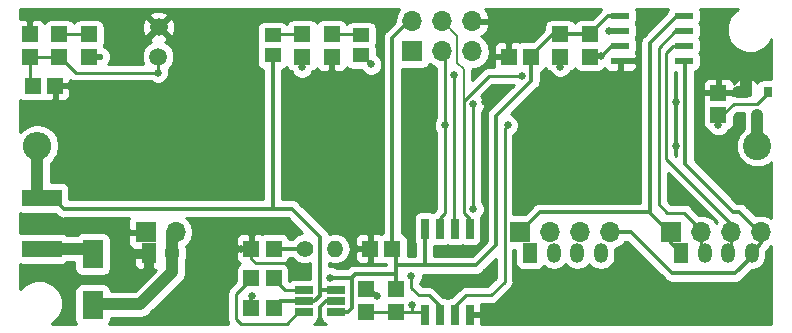
<source format=gtl>
G04 #@! TF.GenerationSoftware,KiCad,Pcbnew,(5.0.0-rc2-160-g7b7355772)*
G04 #@! TF.CreationDate,2018-09-02T18:15:38+01:00*
G04 #@! TF.ProjectId,BMS_Cell_Module,424D535F43656C6C5F4D6F64756C652E,3.0*
G04 #@! TF.SameCoordinates,Original*
G04 #@! TF.FileFunction,Copper,L1,Top,Signal*
G04 #@! TF.FilePolarity,Positive*
%FSLAX46Y46*%
G04 Gerber Fmt 4.6, Leading zero omitted, Abs format (unit mm)*
G04 Created by KiCad (PCBNEW (5.0.0-rc2-160-g7b7355772)) date 09/02/18 18:15:38*
%MOMM*%
%LPD*%
G01*
G04 APERTURE LIST*
G04 #@! TA.AperFunction,SMDPad,CuDef*
%ADD10R,3.400000X1.425000*%
G04 #@! TD*
G04 #@! TA.AperFunction,SMDPad,CuDef*
%ADD11R,1.400000X1.325000*%
G04 #@! TD*
G04 #@! TA.AperFunction,ComponentPad*
%ADD12O,2.400000X2.400000*%
G04 #@! TD*
G04 #@! TA.AperFunction,ComponentPad*
%ADD13C,2.400000*%
G04 #@! TD*
G04 #@! TA.AperFunction,ComponentPad*
%ADD14R,1.700000X1.700000*%
G04 #@! TD*
G04 #@! TA.AperFunction,ComponentPad*
%ADD15O,1.700000X1.700000*%
G04 #@! TD*
G04 #@! TA.AperFunction,SMDPad,CuDef*
%ADD16R,1.800000X2.400000*%
G04 #@! TD*
G04 #@! TA.AperFunction,SMDPad,CuDef*
%ADD17R,1.550000X0.600000*%
G04 #@! TD*
G04 #@! TA.AperFunction,SMDPad,CuDef*
%ADD18R,0.650000X1.700000*%
G04 #@! TD*
G04 #@! TA.AperFunction,SMDPad,CuDef*
%ADD19R,0.800000X0.900000*%
G04 #@! TD*
G04 #@! TA.AperFunction,BGAPad,CuDef*
%ADD20C,1.500000*%
G04 #@! TD*
G04 #@! TA.AperFunction,SMDPad,CuDef*
%ADD21R,1.325000X1.400000*%
G04 #@! TD*
G04 #@! TA.AperFunction,SMDPad,CuDef*
%ADD22R,1.400000X1.150000*%
G04 #@! TD*
G04 #@! TA.AperFunction,ComponentPad*
%ADD23R,1.200000X1.700000*%
G04 #@! TD*
G04 #@! TA.AperFunction,ComponentPad*
%ADD24O,1.200000X1.700000*%
G04 #@! TD*
G04 #@! TA.AperFunction,ComponentPad*
%ADD25C,1.400000*%
G04 #@! TD*
G04 #@! TA.AperFunction,ComponentPad*
%ADD26O,1.400000X1.400000*%
G04 #@! TD*
G04 #@! TA.AperFunction,SMDPad,CuDef*
%ADD27R,1.560000X0.650000*%
G04 #@! TD*
G04 #@! TA.AperFunction,ViaPad*
%ADD28C,0.650000*%
G04 #@! TD*
G04 #@! TA.AperFunction,ViaPad*
%ADD29C,0.600000*%
G04 #@! TD*
G04 #@! TA.AperFunction,Conductor*
%ADD30C,0.350000*%
G04 #@! TD*
G04 #@! TA.AperFunction,Conductor*
%ADD31C,1.000000*%
G04 #@! TD*
G04 #@! TA.AperFunction,Conductor*
%ADD32C,0.250000*%
G04 #@! TD*
G04 #@! TA.AperFunction,Conductor*
%ADD33C,0.200000*%
G04 #@! TD*
G04 #@! TA.AperFunction,Conductor*
%ADD34C,0.254000*%
G04 #@! TD*
G04 APERTURE END LIST*
D10*
G04 #@! TO.P,F1,1*
G04 #@! TO.N,Net-(C1-Pad1)*
X111000000Y-87637500D03*
G04 #@! TO.P,F1,2*
G04 #@! TO.N,Net-(D1-Pad1)*
X111000000Y-91962500D03*
G04 #@! TD*
D11*
G04 #@! TO.P,R2,1*
G04 #@! TO.N,Net-(Q1-Pad3)*
X133050000Y-75687500D03*
G04 #@! TO.P,R2,2*
G04 #@! TO.N,Net-(D2-Pad1)*
X133050000Y-73812500D03*
G04 #@! TD*
D12*
G04 #@! TO.P,R1,2*
G04 #@! TO.N,Net-(C1-Pad1)*
X110640000Y-83250000D03*
D13*
G04 #@! TO.P,R1,1*
G04 #@! TO.N,Net-(Q1-Pad3)*
X171600000Y-83250000D03*
G04 #@! TD*
D14*
G04 #@! TO.P,REF\002A\002A,1*
G04 #@! TO.N,Net-(J2-Pad1)*
X164325000Y-90550000D03*
D15*
G04 #@! TO.P,REF\002A\002A,2*
G04 #@! TO.N,Net-(J2-Pad2)*
X166865000Y-90550000D03*
G04 #@! TO.P,REF\002A\002A,3*
G04 #@! TO.N,Net-(J2-Pad3)*
X169405000Y-90550000D03*
G04 #@! TO.P,REF\002A\002A,4*
G04 #@! TO.N,Net-(J2-Pad4)*
X171945000Y-90550000D03*
G04 #@! TD*
D16*
G04 #@! TO.P,D1,2*
G04 #@! TO.N,BATT+RAW*
X115315000Y-96730000D03*
G04 #@! TO.P,D1,1*
G04 #@! TO.N,Net-(D1-Pad1)*
X115315000Y-92410000D03*
G04 #@! TD*
D11*
G04 #@! TO.P,R8,1*
G04 #@! TO.N,/SDA*
X154900000Y-75687500D03*
G04 #@! TO.P,R8,2*
G04 #@! TO.N,3V3*
X154900000Y-73812500D03*
G04 #@! TD*
G04 #@! TO.P,R10,1*
G04 #@! TO.N,/SCK*
X157400000Y-75687500D03*
G04 #@! TO.P,R10,2*
G04 #@! TO.N,3V3*
X157400000Y-73812500D03*
G04 #@! TD*
D17*
G04 #@! TO.P,U2,8*
G04 #@! TO.N,Net-(J2-Pad1)*
X165380000Y-72235000D03*
G04 #@! TO.P,U2,7*
G04 #@! TO.N,Net-(J2-Pad2)*
X165380000Y-73505000D03*
G04 #@! TO.P,U2,6*
G04 #@! TO.N,Net-(J2-Pad3)*
X165380000Y-74775000D03*
G04 #@! TO.P,U2,5*
G04 #@! TO.N,Net-(J2-Pad4)*
X165380000Y-76045000D03*
G04 #@! TO.P,U2,4*
G04 #@! TO.N,GND*
X159980000Y-76045000D03*
G04 #@! TO.P,U2,3*
G04 #@! TO.N,/SCK*
X159980000Y-74775000D03*
G04 #@! TO.P,U2,2*
G04 #@! TO.N,/SDA*
X159980000Y-73505000D03*
G04 #@! TO.P,U2,1*
G04 #@! TO.N,3V3*
X159980000Y-72235000D03*
G04 #@! TD*
D18*
G04 #@! TO.P,U3,8*
G04 #@! TO.N,3V3*
X143465000Y-90270000D03*
G04 #@! TO.P,U3,7*
G04 #@! TO.N,/SCK*
X144735000Y-90270000D03*
G04 #@! TO.P,U3,6*
G04 #@! TO.N,/MISO*
X146005000Y-90270000D03*
G04 #@! TO.P,U3,5*
G04 #@! TO.N,/SDA*
X147275000Y-90270000D03*
G04 #@! TO.P,U3,4*
G04 #@! TO.N,GND*
X147275000Y-97570000D03*
G04 #@! TO.P,U3,3*
G04 #@! TO.N,/PB4BYPASS*
X146005000Y-97570000D03*
G04 #@! TO.P,U3,2*
G04 #@! TO.N,Net-(C3-Pad1)*
X144735000Y-97570000D03*
G04 #@! TO.P,U3,1*
G04 #@! TO.N,/RESET*
X143465000Y-97570000D03*
G04 #@! TD*
D11*
G04 #@! TO.P,R5,2*
G04 #@! TO.N,Net-(R5-Pad2)*
X115000000Y-73812500D03*
G04 #@! TO.P,R5,1*
G04 #@! TO.N,BATT+RAW*
X115000000Y-75687500D03*
G04 #@! TD*
D19*
G04 #@! TO.P,Q1,3*
G04 #@! TO.N,Net-(Q1-Pad3)*
X171570000Y-80690000D03*
G04 #@! TO.P,Q1,2*
G04 #@! TO.N,GND*
X170620000Y-78690000D03*
G04 #@! TO.P,Q1,1*
G04 #@! TO.N,/PB4BYPASS*
X172520000Y-78690000D03*
G04 #@! TD*
D20*
G04 #@! TO.P,TP1,1*
G04 #@! TO.N,Net-(C3-Pad1)*
X120850000Y-75700000D03*
G04 #@! TD*
G04 #@! TO.P,TP2,1*
G04 #@! TO.N,GND*
X120900000Y-73200000D03*
G04 #@! TD*
D21*
G04 #@! TO.P,C1,2*
G04 #@! TO.N,GND*
X128762500Y-96950000D03*
G04 #@! TO.P,C1,1*
G04 #@! TO.N,Net-(C1-Pad1)*
X130637500Y-96950000D03*
G04 #@! TD*
G04 #@! TO.P,C3,1*
G04 #@! TO.N,Net-(C3-Pad1)*
X110262500Y-78150000D03*
G04 #@! TO.P,C3,2*
G04 #@! TO.N,GND*
X112137500Y-78150000D03*
G04 #@! TD*
G04 #@! TO.P,C4,2*
G04 #@! TO.N,GND*
X150562500Y-75700000D03*
G04 #@! TO.P,C4,1*
G04 #@! TO.N,3V3*
X152437500Y-75700000D03*
G04 #@! TD*
G04 #@! TO.P,C5,1*
G04 #@! TO.N,3V3*
X140687500Y-91950000D03*
G04 #@! TO.P,C5,2*
G04 #@! TO.N,GND*
X138812500Y-91950000D03*
G04 #@! TD*
G04 #@! TO.P,C6,2*
G04 #@! TO.N,Net-(C6-Pad2)*
X130637500Y-94450000D03*
G04 #@! TO.P,C6,1*
G04 #@! TO.N,Net-(C6-Pad1)*
X128762500Y-94450000D03*
G04 #@! TD*
G04 #@! TO.P,C2,1*
G04 #@! TO.N,3V3*
X130637500Y-91950000D03*
G04 #@! TO.P,C2,2*
G04 #@! TO.N,GND*
X128762500Y-91950000D03*
G04 #@! TD*
D22*
G04 #@! TO.P,D2,2*
G04 #@! TO.N,Net-(C1-Pad1)*
X130550000Y-75600000D03*
G04 #@! TO.P,D2,1*
G04 #@! TO.N,Net-(D2-Pad1)*
X130550000Y-73900000D03*
G04 #@! TD*
G04 #@! TO.P,D4,1*
G04 #@! TO.N,Net-(D4-Pad1)*
X138050000Y-73900000D03*
G04 #@! TO.P,D4,2*
G04 #@! TO.N,/MISO*
X138050000Y-75600000D03*
G04 #@! TD*
D11*
G04 #@! TO.P,R12,2*
G04 #@! TO.N,GND*
X135550000Y-75687500D03*
G04 #@! TO.P,R12,1*
G04 #@! TO.N,Net-(D4-Pad1)*
X135550000Y-73812500D03*
G04 #@! TD*
G04 #@! TO.P,R3,2*
G04 #@! TO.N,/RESET*
X141000000Y-97287500D03*
G04 #@! TO.P,R3,1*
G04 #@! TO.N,3V3*
X141000000Y-95412500D03*
G04 #@! TD*
G04 #@! TO.P,R4,1*
G04 #@! TO.N,/RESET*
X138500000Y-97287500D03*
G04 #@! TO.P,R4,2*
G04 #@! TO.N,GND*
X138500000Y-95412500D03*
G04 #@! TD*
G04 #@! TO.P,R6,1*
G04 #@! TO.N,Net-(R5-Pad2)*
X112500000Y-73812500D03*
G04 #@! TO.P,R6,2*
G04 #@! TO.N,Net-(C3-Pad1)*
X112500000Y-75687500D03*
G04 #@! TD*
G04 #@! TO.P,R7,2*
G04 #@! TO.N,GND*
X110000000Y-73812500D03*
G04 #@! TO.P,R7,1*
G04 #@! TO.N,Net-(C3-Pad1)*
X110000000Y-75687500D03*
G04 #@! TD*
G04 #@! TO.P,R9,2*
G04 #@! TO.N,GND*
X168300000Y-78772500D03*
G04 #@! TO.P,R9,1*
G04 #@! TO.N,/PB4BYPASS*
X168300000Y-80647500D03*
G04 #@! TD*
D23*
G04 #@! TO.P,J2,1*
G04 #@! TO.N,Net-(J2-Pad1)*
X152350000Y-92300000D03*
D24*
G04 #@! TO.P,J2,2*
G04 #@! TO.N,Net-(J2-Pad2)*
X154350000Y-92300000D03*
G04 #@! TO.P,J2,3*
G04 #@! TO.N,Net-(J2-Pad3)*
X156350000Y-92300000D03*
G04 #@! TO.P,J2,4*
G04 #@! TO.N,Net-(J2-Pad4)*
X158350000Y-92300000D03*
G04 #@! TD*
D23*
G04 #@! TO.P,J3,1*
G04 #@! TO.N,Net-(J2-Pad1)*
X165129762Y-92300000D03*
D24*
G04 #@! TO.P,J3,2*
G04 #@! TO.N,Net-(J2-Pad2)*
X167129762Y-92300000D03*
G04 #@! TO.P,J3,3*
G04 #@! TO.N,Net-(J2-Pad3)*
X169129762Y-92300000D03*
G04 #@! TO.P,J3,4*
G04 #@! TO.N,Net-(J2-Pad4)*
X171129762Y-92300000D03*
G04 #@! TD*
D14*
G04 #@! TO.P,ISP1,1*
G04 #@! TO.N,/MISO*
X142400000Y-75250000D03*
D15*
G04 #@! TO.P,ISP1,2*
G04 #@! TO.N,3V3*
X142400000Y-72710000D03*
G04 #@! TO.P,ISP1,3*
G04 #@! TO.N,/SCK*
X144940000Y-75250000D03*
G04 #@! TO.P,ISP1,4*
G04 #@! TO.N,/SDA*
X144940000Y-72710000D03*
G04 #@! TO.P,ISP1,5*
G04 #@! TO.N,/RESET*
X147480000Y-75250000D03*
G04 #@! TO.P,ISP1,6*
G04 #@! TO.N,GND*
X147480000Y-72710000D03*
G04 #@! TD*
D25*
G04 #@! TO.P,TH1,1*
G04 #@! TO.N,3V3*
X133275000Y-91950000D03*
D26*
G04 #@! TO.P,TH1,2*
G04 #@! TO.N,/RESET*
X135815000Y-91950000D03*
G04 #@! TD*
D23*
G04 #@! TO.P,J1,1*
G04 #@! TO.N,GND*
X120075000Y-92300000D03*
D24*
G04 #@! TO.P,J1,2*
G04 #@! TO.N,BATT+RAW*
X122075000Y-92300000D03*
G04 #@! TD*
D27*
G04 #@! TO.P,U1,1*
G04 #@! TO.N,3V3*
X135900000Y-97350000D03*
G04 #@! TO.P,U1,2*
G04 #@! TO.N,GND*
X135900000Y-96400000D03*
G04 #@! TO.P,U1,3*
G04 #@! TO.N,Net-(C1-Pad1)*
X135900000Y-95450000D03*
G04 #@! TO.P,U1,4*
G04 #@! TO.N,Net-(C6-Pad2)*
X133200000Y-95450000D03*
G04 #@! TO.P,U1,6*
G04 #@! TO.N,Net-(C6-Pad1)*
X133200000Y-97350000D03*
G04 #@! TO.P,U1,5*
G04 #@! TO.N,Net-(C1-Pad1)*
X133200000Y-96400000D03*
G04 #@! TD*
D15*
G04 #@! TO.P,REF\002A\002A,4*
G04 #@! TO.N,Net-(J2-Pad4)*
X159160000Y-90550000D03*
G04 #@! TO.P,REF\002A\002A,3*
G04 #@! TO.N,Net-(J2-Pad3)*
X156620000Y-90550000D03*
G04 #@! TO.P,REF\002A\002A,2*
G04 #@! TO.N,Net-(J2-Pad2)*
X154080000Y-90550000D03*
D14*
G04 #@! TO.P,REF\002A\002A,1*
G04 #@! TO.N,Net-(J2-Pad1)*
X151540000Y-90550000D03*
G04 #@! TD*
D15*
G04 #@! TO.P,REF\002A\002A,2*
G04 #@! TO.N,BATT+RAW*
X122340000Y-90550000D03*
D14*
G04 #@! TO.P,REF\002A\002A,1*
G04 #@! TO.N,GND*
X119800000Y-90550000D03*
G04 #@! TD*
D28*
G04 #@! TO.N,GND*
X117500000Y-79500000D03*
X117500000Y-83250000D03*
X117500000Y-87000000D03*
X122500000Y-79500000D03*
X122500000Y-87000000D03*
X122500000Y-83250000D03*
X127500000Y-79500000D03*
X127500000Y-83250000D03*
X127500000Y-87000000D03*
X132500000Y-83250000D03*
X132500000Y-79500000D03*
X137500000Y-79500000D03*
X137500000Y-83250000D03*
X137500000Y-87000000D03*
X143000000Y-83250000D03*
X143000000Y-87000000D03*
X143000000Y-79500000D03*
X148500000Y-83250000D03*
X148500000Y-87000000D03*
X148500000Y-79500000D03*
X153650000Y-83250000D03*
X153650000Y-87000000D03*
X153650000Y-79500000D03*
X159150000Y-83250000D03*
X159150000Y-87000000D03*
X159150000Y-79500000D03*
X164675000Y-83250000D03*
X164675000Y-87000000D03*
X132500000Y-87000000D03*
X128800000Y-96000000D03*
X134550000Y-98050000D03*
X160000000Y-92850000D03*
X147375000Y-94475000D03*
X164675000Y-79500000D03*
X148250000Y-97550000D03*
D29*
X169950000Y-78690000D03*
X170620000Y-77960000D03*
D28*
X127900000Y-91950000D03*
X139400000Y-96000000D03*
G04 #@! TO.N,3V3*
X135450000Y-94400000D03*
D29*
G04 #@! TO.N,BATT+RAW*
X115950000Y-75700000D03*
D28*
G04 #@! TO.N,Net-(C3-Pad1)*
X120850000Y-77050000D03*
X142300000Y-94250000D03*
G04 #@! TO.N,/MISO*
X145950000Y-77250000D03*
X138900000Y-76350000D03*
G04 #@! TO.N,/SCK*
X145150000Y-81500000D03*
X158350000Y-75650000D03*
G04 #@! TO.N,/SDA*
X159000000Y-73550000D03*
X151650000Y-77350000D03*
X154900000Y-76550000D03*
G04 #@! TO.N,/RESET*
X142350000Y-96750000D03*
X147550000Y-79750000D03*
X147550000Y-88600000D03*
G04 #@! TO.N,/PB4BYPASS*
X150475000Y-81500000D03*
X168300000Y-81500000D03*
G04 #@! TO.N,Net-(Q1-Pad3)*
X133050000Y-76600000D03*
G04 #@! TD*
D30*
G04 #@! TO.N,GND*
X128762500Y-96950000D02*
X128762500Y-96037500D01*
X128762500Y-96037500D02*
X128800000Y-96000000D01*
X134550000Y-96900000D02*
X134550000Y-98050000D01*
X135900000Y-96400000D02*
X135050000Y-96400000D01*
X135050000Y-96400000D02*
X134550000Y-96900000D01*
D31*
X120075000Y-92575000D02*
X120075000Y-92275000D01*
X170650000Y-78675000D02*
X169950000Y-78690000D01*
X170620000Y-77960000D02*
X170650000Y-78675000D01*
D32*
X128762500Y-91950000D02*
X128762500Y-92812500D01*
X128762500Y-92812500D02*
X129150000Y-93200000D01*
X129150000Y-93200000D02*
X132050000Y-93200000D01*
D30*
X138812500Y-95412500D02*
X138500000Y-95412500D01*
X139400000Y-96000000D02*
X138812500Y-95412500D01*
G04 #@! TO.N,3V3*
X140687500Y-95100000D02*
X141000000Y-95412500D01*
X133350000Y-91950000D02*
X130837500Y-91950000D01*
X133350000Y-91500000D02*
X133350000Y-91950000D01*
X137250000Y-94400000D02*
X137550000Y-94100000D01*
X137250000Y-97000000D02*
X137250000Y-94400000D01*
X135900000Y-97350000D02*
X136900000Y-97350000D01*
X136900000Y-97350000D02*
X137250000Y-97000000D01*
X137250000Y-94400000D02*
X135450000Y-94400000D01*
X154900000Y-73812500D02*
X157400000Y-73812500D01*
X140787500Y-91850000D02*
X140687500Y-91950000D01*
X143445000Y-90450000D02*
X143445000Y-93345000D01*
X143445000Y-93345000D02*
X143450000Y-93350000D01*
X141000000Y-92262500D02*
X140687500Y-91950000D01*
X137550000Y-94100000D02*
X141000000Y-94100000D01*
X141000000Y-95412500D02*
X141000000Y-94100000D01*
X143450000Y-93350000D02*
X141000000Y-93350000D01*
X141000000Y-94100000D02*
X141000000Y-93350000D01*
X141000000Y-93350000D02*
X141000000Y-92262500D01*
X147775000Y-93350000D02*
X143450000Y-93350000D01*
X149500000Y-91625000D02*
X147775000Y-93350000D01*
X149500000Y-80700000D02*
X149500000Y-91625000D01*
X152450000Y-77750000D02*
X149500000Y-80700000D01*
X152437500Y-75700000D02*
X152450000Y-75712500D01*
X152450000Y-75712500D02*
X152450000Y-77750000D01*
X140687500Y-74112500D02*
X140687500Y-91950000D01*
X142400000Y-72960000D02*
X141840000Y-72960000D01*
X141840000Y-72960000D02*
X140687500Y-74112500D01*
X154287500Y-73812500D02*
X154900000Y-73812500D01*
X152437500Y-75700000D02*
X152437500Y-75662500D01*
X152437500Y-75662500D02*
X154287500Y-73812500D01*
X157437500Y-73812500D02*
X157400000Y-73812500D01*
X159982185Y-72292358D02*
X158957642Y-72292358D01*
X158957642Y-72292358D02*
X157437500Y-73812500D01*
D31*
G04 #@! TO.N,Net-(D1-Pad1)*
X114867500Y-91962500D02*
X115315000Y-92410000D01*
X111000000Y-91962500D02*
X114742500Y-91962500D01*
D32*
G04 #@! TO.N,Net-(D2-Pad1)*
X130637500Y-73812500D02*
X130550000Y-73900000D01*
X133050000Y-73812500D02*
X130637500Y-73812500D01*
G04 #@! TO.N,Net-(D4-Pad1)*
X137962500Y-73812500D02*
X138050000Y-73900000D01*
X135550000Y-73812500D02*
X137962500Y-73812500D01*
D30*
G04 #@! TO.N,BATT+RAW*
X115937500Y-75687500D02*
X115000000Y-75687500D01*
X115950000Y-75700000D02*
X115937500Y-75687500D01*
D31*
X122075000Y-90815000D02*
X122340000Y-90550000D01*
X122075000Y-92300000D02*
X122075000Y-90815000D01*
X115595000Y-96680000D02*
X115325000Y-96410000D01*
X119345000Y-96680000D02*
X115595000Y-96680000D01*
X122075000Y-92275000D02*
X122075000Y-93950000D01*
X122075000Y-93950000D02*
X119345000Y-96680000D01*
D32*
G04 #@! TO.N,Net-(C3-Pad1)*
X112500000Y-75687500D02*
X110000000Y-75687500D01*
X120850000Y-77050000D02*
X120850000Y-75700000D01*
X144715000Y-96840000D02*
X144715000Y-97750000D01*
X143775000Y-95900000D02*
X144715000Y-96840000D01*
X142950000Y-95900000D02*
X143775000Y-95900000D01*
X142300000Y-94250000D02*
X142300000Y-95250000D01*
X142300000Y-95250000D02*
X142950000Y-95900000D01*
X110000000Y-77887500D02*
X110262500Y-78150000D01*
X110000000Y-75687500D02*
X110000000Y-77887500D01*
X113900000Y-77050000D02*
X120850000Y-77050000D01*
X112500000Y-75687500D02*
X112537500Y-75687500D01*
X112537500Y-75687500D02*
X113900000Y-77050000D01*
D30*
G04 #@! TO.N,Net-(J2-Pad1)*
X164325000Y-91492334D02*
X165129762Y-92297096D01*
X164325000Y-90550000D02*
X164325000Y-91492334D01*
X162350000Y-88875000D02*
X162500000Y-88725000D01*
X151540000Y-90550000D02*
X153215000Y-88875000D01*
X153215000Y-88875000D02*
X162350000Y-88875000D01*
X164757642Y-72292358D02*
X165382185Y-72292358D01*
X162500000Y-88725000D02*
X162500000Y-74550000D01*
X162500000Y-74550000D02*
X164757642Y-72292358D01*
X164150000Y-90550000D02*
X164325000Y-90550000D01*
X162500000Y-88725000D02*
X162500000Y-88900000D01*
X162500000Y-88900000D02*
X164150000Y-90550000D01*
D32*
G04 #@! TO.N,Net-(J2-Pad2)*
X166865000Y-92032334D02*
X167129762Y-92297096D01*
X166865000Y-90550000D02*
X166865000Y-92032334D01*
X166865000Y-90365000D02*
X166865000Y-90550000D01*
X164637642Y-73562358D02*
X163250000Y-74950000D01*
X165382185Y-73562358D02*
X164637642Y-73562358D01*
X163250000Y-74950000D02*
X163250000Y-88200000D01*
X163250000Y-88200000D02*
X163950000Y-88900000D01*
X163950000Y-88900000D02*
X165400000Y-88900000D01*
X165400000Y-88900000D02*
X166865000Y-90365000D01*
G04 #@! TO.N,Net-(J2-Pad3)*
X169405000Y-92021858D02*
X169129762Y-92297096D01*
X169405000Y-90550000D02*
X169405000Y-92021858D01*
X169100000Y-90550000D02*
X169405000Y-90550000D01*
X164467642Y-74832358D02*
X165382185Y-74832358D01*
X163900000Y-75400000D02*
X164467642Y-74832358D01*
X163900000Y-84350000D02*
X163900000Y-75400000D01*
X169405000Y-90550000D02*
X169405000Y-89855000D01*
X169405000Y-89855000D02*
X163900000Y-84350000D01*
D30*
G04 #@! TO.N,Net-(J2-Pad4)*
X171945000Y-90545000D02*
X171945000Y-90550000D01*
X171129762Y-92670238D02*
X171129762Y-92297096D01*
X169750000Y-94050000D02*
X171129762Y-92670238D01*
X164400000Y-94050000D02*
X169750000Y-94050000D01*
X160900000Y-90550000D02*
X164400000Y-94050000D01*
X160900000Y-90550000D02*
X159160000Y-90550000D01*
X171945000Y-91481858D02*
X171129762Y-92297096D01*
X171945000Y-90550000D02*
X171945000Y-91481858D01*
X165500000Y-76165000D02*
X165380000Y-76045000D01*
X165500000Y-84800000D02*
X165500000Y-76165000D01*
X169550000Y-88850000D02*
X165500000Y-84800000D01*
X170050000Y-88850000D02*
X169550000Y-88850000D01*
X171945000Y-90550000D02*
X171750000Y-90550000D01*
X171750000Y-90550000D02*
X170050000Y-88850000D01*
D32*
G04 #@! TO.N,Net-(R5-Pad2)*
X112500000Y-73812500D02*
X115000000Y-73812500D01*
D30*
G04 #@! TO.N,Net-(C1-Pad1)*
X131187500Y-96400000D02*
X130637500Y-96950000D01*
X133200000Y-96400000D02*
X131187500Y-96400000D01*
X135900000Y-95450000D02*
X134550000Y-95450000D01*
X110640000Y-83250000D02*
X111390000Y-84000000D01*
X134100000Y-96400000D02*
X133200000Y-96400000D01*
X134550000Y-95450000D02*
X134550000Y-95950000D01*
X134550000Y-95950000D02*
X134100000Y-96400000D01*
X130550000Y-75600000D02*
X130550000Y-88550000D01*
X134550000Y-90950000D02*
X134550000Y-95450000D01*
X132187500Y-88587500D02*
X134550000Y-90950000D01*
X112887500Y-88587500D02*
X132187500Y-88587500D01*
X111000000Y-87600000D02*
X111900000Y-87600000D01*
X111900000Y-87600000D02*
X112887500Y-88587500D01*
D31*
X110640000Y-87277500D02*
X111000000Y-87637500D01*
X110640000Y-83250000D02*
X110640000Y-87277500D01*
D32*
G04 #@! TO.N,Net-(C6-Pad1)*
X128762500Y-94487500D02*
X128762500Y-94450000D01*
X132750000Y-97350000D02*
X131800000Y-98300000D01*
X133200000Y-97350000D02*
X132750000Y-97350000D01*
X131800000Y-98300000D02*
X127850000Y-98300000D01*
X127850000Y-98300000D02*
X127450000Y-97900000D01*
X127450000Y-97900000D02*
X127450000Y-95800000D01*
X127450000Y-95800000D02*
X128762500Y-94487500D01*
G04 #@! TO.N,Net-(C6-Pad2)*
X131600000Y-95450000D02*
X133200000Y-95450000D01*
X130637500Y-94450000D02*
X130637500Y-94487500D01*
X130637500Y-94487500D02*
X131600000Y-95450000D01*
G04 #@! TO.N,/MISO*
X138150000Y-75600000D02*
X138050000Y-75600000D01*
X138900000Y-76350000D02*
X138150000Y-75600000D01*
X145950000Y-89400000D02*
X145950000Y-77250000D01*
X145985000Y-90450000D02*
X146000000Y-90450000D01*
X146000000Y-90450000D02*
X145950000Y-90400000D01*
X146005000Y-89455000D02*
X145950000Y-89400000D01*
X146005000Y-90270000D02*
X146005000Y-89455000D01*
G04 #@! TO.N,/SCK*
X145150000Y-75710000D02*
X144940000Y-75500000D01*
X145150000Y-75460000D02*
X144940000Y-75250000D01*
X145150000Y-81500000D02*
X145150000Y-75460000D01*
X144715000Y-89385000D02*
X144715000Y-90450000D01*
X145150000Y-81500000D02*
X145150000Y-88950000D01*
X145150000Y-88950000D02*
X144715000Y-89385000D01*
X159982185Y-74832358D02*
X159282358Y-74832358D01*
X159167642Y-74832358D02*
X159982185Y-74832358D01*
X158212500Y-75687500D02*
X158312500Y-75687500D01*
X158312500Y-75687500D02*
X159167642Y-74832358D01*
X157437500Y-75650000D02*
X157400000Y-75687500D01*
X158350000Y-75650000D02*
X157437500Y-75650000D01*
G04 #@! TO.N,/SDA*
X159994543Y-73550000D02*
X159982185Y-73562358D01*
X159012358Y-73562358D02*
X159982185Y-73562358D01*
X159000000Y-73550000D02*
X159012358Y-73562358D01*
X144960000Y-72960000D02*
X145190000Y-72960000D01*
X144940000Y-72750000D02*
X144950000Y-72750000D01*
X147255000Y-89455000D02*
X147255000Y-90450000D01*
X146750000Y-88950000D02*
X147255000Y-89455000D01*
X146750000Y-79450000D02*
X146750000Y-88950000D01*
X144940000Y-72710000D02*
X144940000Y-72990000D01*
D33*
X146750000Y-76750000D02*
X146750000Y-79450000D01*
X146210000Y-76210000D02*
X146750000Y-76750000D01*
X146210000Y-73960000D02*
X146210000Y-76210000D01*
X144940000Y-72710000D02*
X144960000Y-72710000D01*
X144960000Y-72710000D02*
X146210000Y-73960000D01*
D32*
X151650000Y-77350000D02*
X148850000Y-77350000D01*
X148850000Y-77350000D02*
X146750000Y-79450000D01*
X154900000Y-75687500D02*
X154900000Y-76550000D01*
G04 #@! TO.N,/RESET*
X141000000Y-97287500D02*
X138500000Y-97287500D01*
X143407500Y-97287500D02*
X143445000Y-97250000D01*
X140750000Y-97287500D02*
X142350000Y-97287500D01*
X142350000Y-97287500D02*
X143407500Y-97287500D01*
X142350000Y-96750000D02*
X142350000Y-97287500D01*
X147550000Y-88600000D02*
X147550000Y-79750000D01*
X147550000Y-88600000D02*
X147550000Y-88550000D01*
G04 #@! TO.N,/PB4BYPASS*
X145985000Y-96840000D02*
X145985000Y-97750000D01*
X150450000Y-81500000D02*
X150200000Y-81750000D01*
X150475000Y-81500000D02*
X150450000Y-81500000D01*
X150200000Y-81750000D02*
X150200000Y-94750000D01*
X150200000Y-94750000D02*
X149050000Y-95900000D01*
X149050000Y-95900000D02*
X146925000Y-95900000D01*
X146925000Y-95900000D02*
X145985000Y-96840000D01*
X168300000Y-80575000D02*
X168300000Y-81500000D01*
X168725000Y-80575000D02*
X168300000Y-80575000D01*
X169600000Y-79700000D02*
X168725000Y-80575000D01*
X172550000Y-78700000D02*
X171550000Y-79700000D01*
X171550000Y-79700000D02*
X169600000Y-79700000D01*
G04 #@! TO.N,Net-(Q1-Pad3)*
X133050000Y-76600000D02*
X133050000Y-75687500D01*
D31*
X171600000Y-83250000D02*
X171600000Y-80675000D01*
G04 #@! TD*
D34*
G04 #@! TO.N,GND*
G36*
X109300000Y-88989283D02*
X112155084Y-88989283D01*
X112264545Y-89098744D01*
X112309290Y-89165710D01*
X112518452Y-89305467D01*
X112574575Y-89342967D01*
X112887500Y-89405212D01*
X112966489Y-89389500D01*
X118391294Y-89389500D01*
X118315000Y-89573691D01*
X118315000Y-90264250D01*
X118473750Y-90423000D01*
X119673000Y-90423000D01*
X119673000Y-90403000D01*
X119927000Y-90403000D01*
X119927000Y-90423000D01*
X119947000Y-90423000D01*
X119947000Y-90677000D01*
X119927000Y-90677000D01*
X119927000Y-90815000D01*
X119751998Y-90815000D01*
X119751998Y-90950748D01*
X119673000Y-90871750D01*
X119673000Y-90677000D01*
X118473750Y-90677000D01*
X118315000Y-90835750D01*
X118315000Y-91526309D01*
X118411673Y-91759698D01*
X118590301Y-91938327D01*
X118823690Y-92035000D01*
X119514250Y-92035000D01*
X119572250Y-91977000D01*
X119775000Y-91977000D01*
X119775000Y-91957000D01*
X120007750Y-91957000D01*
X120085750Y-92035000D01*
X120418000Y-92035000D01*
X120418000Y-92623000D01*
X120375000Y-92623000D01*
X120375000Y-93626250D01*
X120533750Y-93785000D01*
X120646181Y-93785000D01*
X118878182Y-95553000D01*
X116854283Y-95553000D01*
X116854283Y-95530000D01*
X116805620Y-95285357D01*
X116667041Y-95077959D01*
X116459643Y-94939380D01*
X116215000Y-94890717D01*
X114415000Y-94890717D01*
X114170357Y-94939380D01*
X113962959Y-95077959D01*
X113824380Y-95285357D01*
X113775717Y-95530000D01*
X113775717Y-97930000D01*
X113824380Y-98174643D01*
X113906805Y-98298000D01*
X111866817Y-98298000D01*
X111919881Y-98276020D01*
X112476020Y-97719881D01*
X112777000Y-96993250D01*
X112777000Y-96206750D01*
X112476020Y-95480119D01*
X111919881Y-94923980D01*
X111193250Y-94623000D01*
X110406750Y-94623000D01*
X109680119Y-94923980D01*
X109202000Y-95402099D01*
X109202000Y-93294789D01*
X109300000Y-93314283D01*
X112700000Y-93314283D01*
X112944643Y-93265620D01*
X113152041Y-93127041D01*
X113177125Y-93089500D01*
X113775717Y-93089500D01*
X113775717Y-93610000D01*
X113824380Y-93854643D01*
X113962959Y-94062041D01*
X114170357Y-94200620D01*
X114415000Y-94249283D01*
X116215000Y-94249283D01*
X116459643Y-94200620D01*
X116667041Y-94062041D01*
X116805620Y-93854643D01*
X116854283Y-93610000D01*
X116854283Y-92781750D01*
X118840000Y-92781750D01*
X118840000Y-93276310D01*
X118936673Y-93509699D01*
X119115302Y-93688327D01*
X119348691Y-93785000D01*
X119616250Y-93785000D01*
X119775000Y-93626250D01*
X119775000Y-92623000D01*
X118998750Y-92623000D01*
X118840000Y-92781750D01*
X116854283Y-92781750D01*
X116854283Y-91210000D01*
X116805620Y-90965357D01*
X116667041Y-90757959D01*
X116459643Y-90619380D01*
X116215000Y-90570717D01*
X114415000Y-90570717D01*
X114170357Y-90619380D01*
X113962959Y-90757959D01*
X113911148Y-90835500D01*
X113177125Y-90835500D01*
X113152041Y-90797959D01*
X112944643Y-90659380D01*
X112700000Y-90610717D01*
X109300000Y-90610717D01*
X109202000Y-90630211D01*
X109202000Y-88969789D01*
X109300000Y-88989283D01*
X109300000Y-88989283D01*
G37*
X109300000Y-88989283D02*
X112155084Y-88989283D01*
X112264545Y-89098744D01*
X112309290Y-89165710D01*
X112518452Y-89305467D01*
X112574575Y-89342967D01*
X112887500Y-89405212D01*
X112966489Y-89389500D01*
X118391294Y-89389500D01*
X118315000Y-89573691D01*
X118315000Y-90264250D01*
X118473750Y-90423000D01*
X119673000Y-90423000D01*
X119673000Y-90403000D01*
X119927000Y-90403000D01*
X119927000Y-90423000D01*
X119947000Y-90423000D01*
X119947000Y-90677000D01*
X119927000Y-90677000D01*
X119927000Y-90815000D01*
X119751998Y-90815000D01*
X119751998Y-90950748D01*
X119673000Y-90871750D01*
X119673000Y-90677000D01*
X118473750Y-90677000D01*
X118315000Y-90835750D01*
X118315000Y-91526309D01*
X118411673Y-91759698D01*
X118590301Y-91938327D01*
X118823690Y-92035000D01*
X119514250Y-92035000D01*
X119572250Y-91977000D01*
X119775000Y-91977000D01*
X119775000Y-91957000D01*
X120007750Y-91957000D01*
X120085750Y-92035000D01*
X120418000Y-92035000D01*
X120418000Y-92623000D01*
X120375000Y-92623000D01*
X120375000Y-93626250D01*
X120533750Y-93785000D01*
X120646181Y-93785000D01*
X118878182Y-95553000D01*
X116854283Y-95553000D01*
X116854283Y-95530000D01*
X116805620Y-95285357D01*
X116667041Y-95077959D01*
X116459643Y-94939380D01*
X116215000Y-94890717D01*
X114415000Y-94890717D01*
X114170357Y-94939380D01*
X113962959Y-95077959D01*
X113824380Y-95285357D01*
X113775717Y-95530000D01*
X113775717Y-97930000D01*
X113824380Y-98174643D01*
X113906805Y-98298000D01*
X111866817Y-98298000D01*
X111919881Y-98276020D01*
X112476020Y-97719881D01*
X112777000Y-96993250D01*
X112777000Y-96206750D01*
X112476020Y-95480119D01*
X111919881Y-94923980D01*
X111193250Y-94623000D01*
X110406750Y-94623000D01*
X109680119Y-94923980D01*
X109202000Y-95402099D01*
X109202000Y-93294789D01*
X109300000Y-93314283D01*
X112700000Y-93314283D01*
X112944643Y-93265620D01*
X113152041Y-93127041D01*
X113177125Y-93089500D01*
X113775717Y-93089500D01*
X113775717Y-93610000D01*
X113824380Y-93854643D01*
X113962959Y-94062041D01*
X114170357Y-94200620D01*
X114415000Y-94249283D01*
X116215000Y-94249283D01*
X116459643Y-94200620D01*
X116667041Y-94062041D01*
X116805620Y-93854643D01*
X116854283Y-93610000D01*
X116854283Y-92781750D01*
X118840000Y-92781750D01*
X118840000Y-93276310D01*
X118936673Y-93509699D01*
X119115302Y-93688327D01*
X119348691Y-93785000D01*
X119616250Y-93785000D01*
X119775000Y-93626250D01*
X119775000Y-92623000D01*
X118998750Y-92623000D01*
X118840000Y-92781750D01*
X116854283Y-92781750D01*
X116854283Y-91210000D01*
X116805620Y-90965357D01*
X116667041Y-90757959D01*
X116459643Y-90619380D01*
X116215000Y-90570717D01*
X114415000Y-90570717D01*
X114170357Y-90619380D01*
X113962959Y-90757959D01*
X113911148Y-90835500D01*
X113177125Y-90835500D01*
X113152041Y-90797959D01*
X112944643Y-90659380D01*
X112700000Y-90610717D01*
X109300000Y-90610717D01*
X109202000Y-90630211D01*
X109202000Y-88969789D01*
X109300000Y-88989283D01*
G36*
X134667959Y-98127041D02*
X134875357Y-98265620D01*
X135038141Y-98298000D01*
X134061859Y-98298000D01*
X134224643Y-98265620D01*
X134432041Y-98127041D01*
X134550000Y-97950503D01*
X134667959Y-98127041D01*
X134667959Y-98127041D01*
G37*
X134667959Y-98127041D02*
X134875357Y-98265620D01*
X135038141Y-98298000D01*
X134061859Y-98298000D01*
X134224643Y-98265620D01*
X134432041Y-98127041D01*
X134550000Y-97950503D01*
X134667959Y-98127041D01*
G36*
X163777045Y-94561244D02*
X163821790Y-94628210D01*
X164087075Y-94805467D01*
X164321011Y-94852000D01*
X164399999Y-94867712D01*
X164478987Y-94852000D01*
X169671011Y-94852000D01*
X169750000Y-94867712D01*
X169828989Y-94852000D01*
X170062925Y-94805467D01*
X170328210Y-94628210D01*
X170372957Y-94561241D01*
X171134005Y-93800194D01*
X171608514Y-93705808D01*
X172014379Y-93434617D01*
X172285570Y-93028751D01*
X172356762Y-92670846D01*
X172356762Y-92204295D01*
X172456243Y-92104813D01*
X172523210Y-92060068D01*
X172668113Y-91843204D01*
X172798000Y-91756416D01*
X172798000Y-98298000D01*
X148235000Y-98298000D01*
X148235000Y-97855750D01*
X148076250Y-97697000D01*
X147402000Y-97697000D01*
X147402000Y-97717000D01*
X147148000Y-97717000D01*
X147148000Y-97697000D01*
X147128000Y-97697000D01*
X147128000Y-97443000D01*
X147148000Y-97443000D01*
X147148000Y-97423000D01*
X147402000Y-97423000D01*
X147402000Y-97443000D01*
X148076250Y-97443000D01*
X148235000Y-97284250D01*
X148235000Y-96652000D01*
X148975941Y-96652000D01*
X149050000Y-96666731D01*
X149124059Y-96652000D01*
X149124063Y-96652000D01*
X149343416Y-96608368D01*
X149592161Y-96442161D01*
X149634116Y-96379371D01*
X150679376Y-95334113D01*
X150742161Y-95292161D01*
X150784112Y-95229377D01*
X150784115Y-95229374D01*
X150908368Y-95043416D01*
X150923593Y-94966873D01*
X150952000Y-94824063D01*
X150952000Y-94824059D01*
X150966731Y-94750000D01*
X150952000Y-94675941D01*
X150952000Y-92039283D01*
X151110717Y-92039283D01*
X151110717Y-93150000D01*
X151159380Y-93394643D01*
X151297959Y-93602041D01*
X151505357Y-93740620D01*
X151750000Y-93789283D01*
X152950000Y-93789283D01*
X153194643Y-93740620D01*
X153402041Y-93602041D01*
X153498932Y-93457033D01*
X153871249Y-93705808D01*
X154350000Y-93801038D01*
X154828752Y-93705808D01*
X155234617Y-93434617D01*
X155350000Y-93261934D01*
X155465384Y-93434617D01*
X155871249Y-93705808D01*
X156350000Y-93801038D01*
X156828752Y-93705808D01*
X157234617Y-93434617D01*
X157350000Y-93261934D01*
X157465384Y-93434617D01*
X157871249Y-93705808D01*
X158350000Y-93801038D01*
X158828752Y-93705808D01*
X159234617Y-93434617D01*
X159505808Y-93028751D01*
X159577000Y-92670846D01*
X159577000Y-91972989D01*
X159736297Y-91941303D01*
X160224858Y-91614858D01*
X160400494Y-91352000D01*
X160567802Y-91352000D01*
X163777045Y-94561244D01*
X163777045Y-94561244D01*
G37*
X163777045Y-94561244D02*
X163821790Y-94628210D01*
X164087075Y-94805467D01*
X164321011Y-94852000D01*
X164399999Y-94867712D01*
X164478987Y-94852000D01*
X169671011Y-94852000D01*
X169750000Y-94867712D01*
X169828989Y-94852000D01*
X170062925Y-94805467D01*
X170328210Y-94628210D01*
X170372957Y-94561241D01*
X171134005Y-93800194D01*
X171608514Y-93705808D01*
X172014379Y-93434617D01*
X172285570Y-93028751D01*
X172356762Y-92670846D01*
X172356762Y-92204295D01*
X172456243Y-92104813D01*
X172523210Y-92060068D01*
X172668113Y-91843204D01*
X172798000Y-91756416D01*
X172798000Y-98298000D01*
X148235000Y-98298000D01*
X148235000Y-97855750D01*
X148076250Y-97697000D01*
X147402000Y-97697000D01*
X147402000Y-97717000D01*
X147148000Y-97717000D01*
X147148000Y-97697000D01*
X147128000Y-97697000D01*
X147128000Y-97443000D01*
X147148000Y-97443000D01*
X147148000Y-97423000D01*
X147402000Y-97423000D01*
X147402000Y-97443000D01*
X148076250Y-97443000D01*
X148235000Y-97284250D01*
X148235000Y-96652000D01*
X148975941Y-96652000D01*
X149050000Y-96666731D01*
X149124059Y-96652000D01*
X149124063Y-96652000D01*
X149343416Y-96608368D01*
X149592161Y-96442161D01*
X149634116Y-96379371D01*
X150679376Y-95334113D01*
X150742161Y-95292161D01*
X150784112Y-95229377D01*
X150784115Y-95229374D01*
X150908368Y-95043416D01*
X150923593Y-94966873D01*
X150952000Y-94824063D01*
X150952000Y-94824059D01*
X150966731Y-94750000D01*
X150952000Y-94675941D01*
X150952000Y-92039283D01*
X151110717Y-92039283D01*
X151110717Y-93150000D01*
X151159380Y-93394643D01*
X151297959Y-93602041D01*
X151505357Y-93740620D01*
X151750000Y-93789283D01*
X152950000Y-93789283D01*
X153194643Y-93740620D01*
X153402041Y-93602041D01*
X153498932Y-93457033D01*
X153871249Y-93705808D01*
X154350000Y-93801038D01*
X154828752Y-93705808D01*
X155234617Y-93434617D01*
X155350000Y-93261934D01*
X155465384Y-93434617D01*
X155871249Y-93705808D01*
X156350000Y-93801038D01*
X156828752Y-93705808D01*
X157234617Y-93434617D01*
X157350000Y-93261934D01*
X157465384Y-93434617D01*
X157871249Y-93705808D01*
X158350000Y-93801038D01*
X158828752Y-93705808D01*
X159234617Y-93434617D01*
X159505808Y-93028751D01*
X159577000Y-92670846D01*
X159577000Y-91972989D01*
X159736297Y-91941303D01*
X160224858Y-91614858D01*
X160400494Y-91352000D01*
X160567802Y-91352000D01*
X163777045Y-94561244D01*
G36*
X133088801Y-90623000D02*
X133011043Y-90623000D01*
X132523315Y-90825024D01*
X132200339Y-91148000D01*
X131918994Y-91148000D01*
X131890620Y-91005357D01*
X131752041Y-90797959D01*
X131544643Y-90659380D01*
X131300000Y-90610717D01*
X129975000Y-90610717D01*
X129730357Y-90659380D01*
X129702840Y-90677766D01*
X129551309Y-90615000D01*
X129048250Y-90615000D01*
X128889500Y-90773750D01*
X128889500Y-91823000D01*
X128909500Y-91823000D01*
X128909500Y-92077000D01*
X128889500Y-92077000D01*
X128889500Y-92097000D01*
X128635500Y-92097000D01*
X128635500Y-92077000D01*
X127623750Y-92077000D01*
X127465000Y-92235750D01*
X127465000Y-92776310D01*
X127561673Y-93009699D01*
X127740302Y-93188327D01*
X127784584Y-93206669D01*
X127647959Y-93297959D01*
X127509380Y-93505357D01*
X127460717Y-93750000D01*
X127460717Y-94725795D01*
X126970627Y-95215886D01*
X126907840Y-95257839D01*
X126865887Y-95320626D01*
X126865886Y-95320627D01*
X126741632Y-95506585D01*
X126683269Y-95800000D01*
X126698001Y-95874064D01*
X126698000Y-97825941D01*
X126683269Y-97900000D01*
X126698000Y-97974059D01*
X126698000Y-97974062D01*
X126741632Y-98193415D01*
X126811514Y-98298000D01*
X116723195Y-98298000D01*
X116805620Y-98174643D01*
X116854283Y-97930000D01*
X116854283Y-97807000D01*
X119234002Y-97807000D01*
X119345000Y-97829079D01*
X119455998Y-97807000D01*
X119455999Y-97807000D01*
X119784733Y-97741611D01*
X120157522Y-97492522D01*
X120220400Y-97398418D01*
X122793420Y-94825398D01*
X122887522Y-94762522D01*
X123121115Y-94412925D01*
X123136610Y-94389735D01*
X123136610Y-94389734D01*
X123136611Y-94389733D01*
X123202000Y-94060999D01*
X123224079Y-93950001D01*
X123202000Y-93839003D01*
X123202000Y-93071865D01*
X123230808Y-93028751D01*
X123302000Y-92670846D01*
X123302000Y-91929153D01*
X123258884Y-91712394D01*
X123404858Y-91614858D01*
X123731303Y-91126297D01*
X123731821Y-91123690D01*
X127465000Y-91123690D01*
X127465000Y-91664250D01*
X127623750Y-91823000D01*
X128635500Y-91823000D01*
X128635500Y-90773750D01*
X128476750Y-90615000D01*
X127973691Y-90615000D01*
X127740302Y-90711673D01*
X127561673Y-90890301D01*
X127465000Y-91123690D01*
X123731821Y-91123690D01*
X123845936Y-90550000D01*
X123731303Y-89973703D01*
X123404858Y-89485142D01*
X123261719Y-89389500D01*
X131855302Y-89389500D01*
X133088801Y-90623000D01*
X133088801Y-90623000D01*
G37*
X133088801Y-90623000D02*
X133011043Y-90623000D01*
X132523315Y-90825024D01*
X132200339Y-91148000D01*
X131918994Y-91148000D01*
X131890620Y-91005357D01*
X131752041Y-90797959D01*
X131544643Y-90659380D01*
X131300000Y-90610717D01*
X129975000Y-90610717D01*
X129730357Y-90659380D01*
X129702840Y-90677766D01*
X129551309Y-90615000D01*
X129048250Y-90615000D01*
X128889500Y-90773750D01*
X128889500Y-91823000D01*
X128909500Y-91823000D01*
X128909500Y-92077000D01*
X128889500Y-92077000D01*
X128889500Y-92097000D01*
X128635500Y-92097000D01*
X128635500Y-92077000D01*
X127623750Y-92077000D01*
X127465000Y-92235750D01*
X127465000Y-92776310D01*
X127561673Y-93009699D01*
X127740302Y-93188327D01*
X127784584Y-93206669D01*
X127647959Y-93297959D01*
X127509380Y-93505357D01*
X127460717Y-93750000D01*
X127460717Y-94725795D01*
X126970627Y-95215886D01*
X126907840Y-95257839D01*
X126865887Y-95320626D01*
X126865886Y-95320627D01*
X126741632Y-95506585D01*
X126683269Y-95800000D01*
X126698001Y-95874064D01*
X126698000Y-97825941D01*
X126683269Y-97900000D01*
X126698000Y-97974059D01*
X126698000Y-97974062D01*
X126741632Y-98193415D01*
X126811514Y-98298000D01*
X116723195Y-98298000D01*
X116805620Y-98174643D01*
X116854283Y-97930000D01*
X116854283Y-97807000D01*
X119234002Y-97807000D01*
X119345000Y-97829079D01*
X119455998Y-97807000D01*
X119455999Y-97807000D01*
X119784733Y-97741611D01*
X120157522Y-97492522D01*
X120220400Y-97398418D01*
X122793420Y-94825398D01*
X122887522Y-94762522D01*
X123121115Y-94412925D01*
X123136610Y-94389735D01*
X123136610Y-94389734D01*
X123136611Y-94389733D01*
X123202000Y-94060999D01*
X123224079Y-93950001D01*
X123202000Y-93839003D01*
X123202000Y-93071865D01*
X123230808Y-93028751D01*
X123302000Y-92670846D01*
X123302000Y-91929153D01*
X123258884Y-91712394D01*
X123404858Y-91614858D01*
X123731303Y-91126297D01*
X123731821Y-91123690D01*
X127465000Y-91123690D01*
X127465000Y-91664250D01*
X127623750Y-91823000D01*
X128635500Y-91823000D01*
X128635500Y-90773750D01*
X128476750Y-90615000D01*
X127973691Y-90615000D01*
X127740302Y-90711673D01*
X127561673Y-90890301D01*
X127465000Y-91123690D01*
X123731821Y-91123690D01*
X123845936Y-90550000D01*
X123731303Y-89973703D01*
X123404858Y-89485142D01*
X123261719Y-89389500D01*
X131855302Y-89389500D01*
X133088801Y-90623000D01*
G36*
X128889500Y-96823000D02*
X128909500Y-96823000D01*
X128909500Y-97077000D01*
X128889500Y-97077000D01*
X128889500Y-97097000D01*
X128635500Y-97097000D01*
X128635500Y-97077000D01*
X128615500Y-97077000D01*
X128615500Y-96823000D01*
X128635500Y-96823000D01*
X128635500Y-96803000D01*
X128889500Y-96803000D01*
X128889500Y-96823000D01*
X128889500Y-96823000D01*
G37*
X128889500Y-96823000D02*
X128909500Y-96823000D01*
X128909500Y-97077000D01*
X128889500Y-97077000D01*
X128889500Y-97097000D01*
X128635500Y-97097000D01*
X128635500Y-97077000D01*
X128615500Y-97077000D01*
X128615500Y-96823000D01*
X128635500Y-96823000D01*
X128635500Y-96803000D01*
X128889500Y-96803000D01*
X128889500Y-96823000D01*
G36*
X149448001Y-94438510D02*
X148738513Y-95148000D01*
X146999059Y-95148000D01*
X146925000Y-95133269D01*
X146850941Y-95148000D01*
X146850937Y-95148000D01*
X146631584Y-95191632D01*
X146382839Y-95357839D01*
X146340886Y-95420626D01*
X145680796Y-96080717D01*
X145680000Y-96080717D01*
X145435357Y-96129380D01*
X145370000Y-96173050D01*
X145304643Y-96129380D01*
X145060000Y-96080717D01*
X145019205Y-96080717D01*
X144359116Y-95420629D01*
X144317161Y-95357839D01*
X144068416Y-95191632D01*
X143849063Y-95148000D01*
X143849059Y-95148000D01*
X143775000Y-95133269D01*
X143700941Y-95148000D01*
X143261488Y-95148000D01*
X143052000Y-94938513D01*
X143052000Y-94844332D01*
X143107067Y-94789265D01*
X143252000Y-94439365D01*
X143252000Y-94152000D01*
X143371010Y-94152000D01*
X143449999Y-94167712D01*
X143528988Y-94152000D01*
X147696011Y-94152000D01*
X147775000Y-94167712D01*
X147853989Y-94152000D01*
X148087925Y-94105467D01*
X148353210Y-93928210D01*
X148397957Y-93861241D01*
X149448001Y-92811198D01*
X149448001Y-94438510D01*
X149448001Y-94438510D01*
G37*
X149448001Y-94438510D02*
X148738513Y-95148000D01*
X146999059Y-95148000D01*
X146925000Y-95133269D01*
X146850941Y-95148000D01*
X146850937Y-95148000D01*
X146631584Y-95191632D01*
X146382839Y-95357839D01*
X146340886Y-95420626D01*
X145680796Y-96080717D01*
X145680000Y-96080717D01*
X145435357Y-96129380D01*
X145370000Y-96173050D01*
X145304643Y-96129380D01*
X145060000Y-96080717D01*
X145019205Y-96080717D01*
X144359116Y-95420629D01*
X144317161Y-95357839D01*
X144068416Y-95191632D01*
X143849063Y-95148000D01*
X143849059Y-95148000D01*
X143775000Y-95133269D01*
X143700941Y-95148000D01*
X143261488Y-95148000D01*
X143052000Y-94938513D01*
X143052000Y-94844332D01*
X143107067Y-94789265D01*
X143252000Y-94439365D01*
X143252000Y-94152000D01*
X143371010Y-94152000D01*
X143449999Y-94167712D01*
X143528988Y-94152000D01*
X147696011Y-94152000D01*
X147775000Y-94167712D01*
X147853989Y-94152000D01*
X148087925Y-94105467D01*
X148353210Y-93928210D01*
X148397957Y-93861241D01*
X149448001Y-92811198D01*
X149448001Y-94438510D01*
G36*
X138627000Y-95285500D02*
X138647000Y-95285500D01*
X138647000Y-95539500D01*
X138627000Y-95539500D01*
X138627000Y-95559500D01*
X138373000Y-95559500D01*
X138373000Y-95539500D01*
X138353000Y-95539500D01*
X138353000Y-95285500D01*
X138373000Y-95285500D01*
X138373000Y-95265500D01*
X138627000Y-95265500D01*
X138627000Y-95285500D01*
X138627000Y-95285500D01*
G37*
X138627000Y-95285500D02*
X138647000Y-95285500D01*
X138647000Y-95539500D01*
X138627000Y-95539500D01*
X138627000Y-95559500D01*
X138373000Y-95559500D01*
X138373000Y-95539500D01*
X138353000Y-95539500D01*
X138353000Y-95285500D01*
X138373000Y-95285500D01*
X138373000Y-95265500D01*
X138627000Y-95265500D01*
X138627000Y-95285500D01*
G36*
X132523315Y-93074976D02*
X133011043Y-93277000D01*
X133538957Y-93277000D01*
X133748000Y-93190411D01*
X133748001Y-94485717D01*
X132420000Y-94485717D01*
X132175357Y-94534380D01*
X131967959Y-94672959D01*
X131951227Y-94698000D01*
X131939283Y-94698000D01*
X131939283Y-93750000D01*
X131890620Y-93505357D01*
X131752041Y-93297959D01*
X131605435Y-93200000D01*
X131752041Y-93102041D01*
X131890620Y-92894643D01*
X131918994Y-92752000D01*
X132200339Y-92752000D01*
X132523315Y-93074976D01*
X132523315Y-93074976D01*
G37*
X132523315Y-93074976D02*
X133011043Y-93277000D01*
X133538957Y-93277000D01*
X133748000Y-93190411D01*
X133748001Y-94485717D01*
X132420000Y-94485717D01*
X132175357Y-94534380D01*
X131967959Y-94672959D01*
X131951227Y-94698000D01*
X131939283Y-94698000D01*
X131939283Y-93750000D01*
X131890620Y-93505357D01*
X131752041Y-93297959D01*
X131605435Y-93200000D01*
X131752041Y-93102041D01*
X131890620Y-92894643D01*
X131918994Y-92752000D01*
X132200339Y-92752000D01*
X132523315Y-93074976D01*
G36*
X141008697Y-72133703D02*
X140894064Y-72710000D01*
X140904307Y-72761494D01*
X140176259Y-73489543D01*
X140109290Y-73534290D01*
X139948549Y-73774858D01*
X139932033Y-73799576D01*
X139869788Y-74112500D01*
X139885500Y-74191489D01*
X139885501Y-90638465D01*
X139780357Y-90659380D01*
X139752840Y-90677766D01*
X139601309Y-90615000D01*
X139098250Y-90615000D01*
X138939500Y-90773750D01*
X138939500Y-91823000D01*
X138959500Y-91823000D01*
X138959500Y-92077000D01*
X138939500Y-92077000D01*
X138939500Y-93126250D01*
X139098250Y-93285000D01*
X139601309Y-93285000D01*
X139752840Y-93222234D01*
X139780357Y-93240620D01*
X140025000Y-93289283D01*
X140194365Y-93289283D01*
X140192632Y-93298000D01*
X137628988Y-93298000D01*
X137549999Y-93282288D01*
X137389151Y-93314283D01*
X137237075Y-93344533D01*
X136971790Y-93521790D01*
X136927044Y-93588757D01*
X136917801Y-93598000D01*
X135994332Y-93598000D01*
X135989265Y-93592933D01*
X135639365Y-93448000D01*
X135352000Y-93448000D01*
X135352000Y-93210900D01*
X135684304Y-93277000D01*
X135945696Y-93277000D01*
X136332770Y-93200006D01*
X136771713Y-92906713D01*
X137065006Y-92467770D01*
X137111157Y-92235750D01*
X137515000Y-92235750D01*
X137515000Y-92776310D01*
X137611673Y-93009699D01*
X137790302Y-93188327D01*
X138023691Y-93285000D01*
X138526750Y-93285000D01*
X138685500Y-93126250D01*
X138685500Y-92077000D01*
X137673750Y-92077000D01*
X137515000Y-92235750D01*
X137111157Y-92235750D01*
X137167997Y-91950000D01*
X137065006Y-91432230D01*
X136858846Y-91123690D01*
X137515000Y-91123690D01*
X137515000Y-91664250D01*
X137673750Y-91823000D01*
X138685500Y-91823000D01*
X138685500Y-90773750D01*
X138526750Y-90615000D01*
X138023691Y-90615000D01*
X137790302Y-90711673D01*
X137611673Y-90890301D01*
X137515000Y-91123690D01*
X136858846Y-91123690D01*
X136771713Y-90993287D01*
X136332770Y-90699994D01*
X135945696Y-90623000D01*
X135684304Y-90623000D01*
X135317193Y-90696023D01*
X135305467Y-90637075D01*
X135296062Y-90623000D01*
X135128210Y-90371790D01*
X135061244Y-90327045D01*
X132810457Y-88076259D01*
X132765710Y-88009290D01*
X132500425Y-87832033D01*
X132266489Y-87785500D01*
X132187500Y-87769788D01*
X132108511Y-87785500D01*
X131352000Y-87785500D01*
X131352000Y-76793994D01*
X131494643Y-76765620D01*
X131702041Y-76627041D01*
X131751192Y-76553481D01*
X131759380Y-76594643D01*
X131897959Y-76802041D01*
X132105357Y-76940620D01*
X132165617Y-76952607D01*
X132242933Y-77139265D01*
X132510735Y-77407067D01*
X132860635Y-77552000D01*
X133239365Y-77552000D01*
X133589265Y-77407067D01*
X133857067Y-77139265D01*
X133934383Y-76952607D01*
X133994643Y-76940620D01*
X134202041Y-76802041D01*
X134293331Y-76665416D01*
X134311673Y-76709698D01*
X134490301Y-76888327D01*
X134723690Y-76985000D01*
X135264250Y-76985000D01*
X135423000Y-76826250D01*
X135423000Y-75814500D01*
X135403000Y-75814500D01*
X135403000Y-75560500D01*
X135423000Y-75560500D01*
X135423000Y-75540500D01*
X135677000Y-75540500D01*
X135677000Y-75560500D01*
X135697000Y-75560500D01*
X135697000Y-75814500D01*
X135677000Y-75814500D01*
X135677000Y-76826250D01*
X135835750Y-76985000D01*
X136376310Y-76985000D01*
X136609699Y-76888327D01*
X136788327Y-76709698D01*
X136851417Y-76557386D01*
X136897959Y-76627041D01*
X137105357Y-76765620D01*
X137350000Y-76814283D01*
X138061875Y-76814283D01*
X138092933Y-76889265D01*
X138360735Y-77157067D01*
X138710635Y-77302000D01*
X139089365Y-77302000D01*
X139439265Y-77157067D01*
X139707067Y-76889265D01*
X139852000Y-76539365D01*
X139852000Y-76160635D01*
X139707067Y-75810735D01*
X139439265Y-75542933D01*
X139389283Y-75522230D01*
X139389283Y-75025000D01*
X139340620Y-74780357D01*
X139320336Y-74750000D01*
X139340620Y-74719643D01*
X139389283Y-74475000D01*
X139389283Y-73325000D01*
X139340620Y-73080357D01*
X139202041Y-72872959D01*
X138994643Y-72734380D01*
X138750000Y-72685717D01*
X137350000Y-72685717D01*
X137105357Y-72734380D01*
X136897959Y-72872959D01*
X136848808Y-72946519D01*
X136840620Y-72905357D01*
X136702041Y-72697959D01*
X136494643Y-72559380D01*
X136250000Y-72510717D01*
X134850000Y-72510717D01*
X134605357Y-72559380D01*
X134397959Y-72697959D01*
X134300000Y-72844565D01*
X134202041Y-72697959D01*
X133994643Y-72559380D01*
X133750000Y-72510717D01*
X132350000Y-72510717D01*
X132105357Y-72559380D01*
X131897959Y-72697959D01*
X131759380Y-72905357D01*
X131751192Y-72946519D01*
X131702041Y-72872959D01*
X131494643Y-72734380D01*
X131250000Y-72685717D01*
X129850000Y-72685717D01*
X129605357Y-72734380D01*
X129397959Y-72872959D01*
X129259380Y-73080357D01*
X129210717Y-73325000D01*
X129210717Y-74475000D01*
X129259380Y-74719643D01*
X129279664Y-74750000D01*
X129259380Y-74780357D01*
X129210717Y-75025000D01*
X129210717Y-76175000D01*
X129259380Y-76419643D01*
X129397959Y-76627041D01*
X129605357Y-76765620D01*
X129748000Y-76793994D01*
X129748001Y-87785500D01*
X113339283Y-87785500D01*
X113339283Y-86925000D01*
X113290620Y-86680357D01*
X113152041Y-86472959D01*
X112944643Y-86334380D01*
X112700000Y-86285717D01*
X111767000Y-86285717D01*
X111767000Y-84712653D01*
X111968209Y-84578209D01*
X112145467Y-84312924D01*
X112153256Y-84273765D01*
X112360996Y-83962860D01*
X112502793Y-83250000D01*
X112360996Y-82537140D01*
X111957194Y-81932806D01*
X111352860Y-81529004D01*
X110819943Y-81423000D01*
X110460057Y-81423000D01*
X109927140Y-81529004D01*
X109322806Y-81932806D01*
X109202000Y-82113605D01*
X109202000Y-79338150D01*
X109355357Y-79440620D01*
X109600000Y-79489283D01*
X110925000Y-79489283D01*
X111169643Y-79440620D01*
X111197160Y-79422234D01*
X111348691Y-79485000D01*
X111851750Y-79485000D01*
X112010500Y-79326250D01*
X112010500Y-78277000D01*
X112264500Y-78277000D01*
X112264500Y-79326250D01*
X112423250Y-79485000D01*
X112926309Y-79485000D01*
X113159698Y-79388327D01*
X113338327Y-79209699D01*
X113435000Y-78976310D01*
X113435000Y-78435750D01*
X113276250Y-78277000D01*
X112264500Y-78277000D01*
X112010500Y-78277000D01*
X111990500Y-78277000D01*
X111990500Y-78023000D01*
X112010500Y-78023000D01*
X112010500Y-78003000D01*
X112264500Y-78003000D01*
X112264500Y-78023000D01*
X113276250Y-78023000D01*
X113435000Y-77864250D01*
X113435000Y-77643719D01*
X113606584Y-77758368D01*
X113825937Y-77802000D01*
X113825941Y-77802000D01*
X113900000Y-77816731D01*
X113974059Y-77802000D01*
X120255668Y-77802000D01*
X120310735Y-77857067D01*
X120660635Y-78002000D01*
X121039365Y-78002000D01*
X121389265Y-77857067D01*
X121657067Y-77589265D01*
X121802000Y-77239365D01*
X121802000Y-76860635D01*
X121753596Y-76743776D01*
X122017364Y-76480008D01*
X122227000Y-75973902D01*
X122227000Y-75426098D01*
X122017364Y-74919992D01*
X121630008Y-74532636D01*
X121481900Y-74471288D01*
X121623923Y-74412460D01*
X121691912Y-74171517D01*
X120900000Y-73379605D01*
X120108088Y-74171517D01*
X120176077Y-74412460D01*
X120275069Y-74447690D01*
X120069992Y-74532636D01*
X119682636Y-74919992D01*
X119473000Y-75426098D01*
X119473000Y-75973902D01*
X119607246Y-76298000D01*
X116662976Y-76298000D01*
X116735873Y-76225103D01*
X116877000Y-75884392D01*
X116877000Y-75515608D01*
X116735873Y-75174897D01*
X116475103Y-74914127D01*
X116303053Y-74842862D01*
X116290620Y-74780357D01*
X116270336Y-74750000D01*
X116290620Y-74719643D01*
X116339283Y-74475000D01*
X116339283Y-73150000D01*
X116308486Y-72995171D01*
X119502799Y-72995171D01*
X119530770Y-73545448D01*
X119687540Y-73923923D01*
X119928483Y-73991912D01*
X120720395Y-73200000D01*
X121079605Y-73200000D01*
X121871517Y-73991912D01*
X122112460Y-73923923D01*
X122297201Y-73404829D01*
X122269230Y-72854552D01*
X122112460Y-72476077D01*
X121871517Y-72408088D01*
X121079605Y-73200000D01*
X120720395Y-73200000D01*
X119928483Y-72408088D01*
X119687540Y-72476077D01*
X119502799Y-72995171D01*
X116308486Y-72995171D01*
X116290620Y-72905357D01*
X116152041Y-72697959D01*
X115944643Y-72559380D01*
X115700000Y-72510717D01*
X114300000Y-72510717D01*
X114055357Y-72559380D01*
X113847959Y-72697959D01*
X113750000Y-72844565D01*
X113652041Y-72697959D01*
X113444643Y-72559380D01*
X113200000Y-72510717D01*
X111800000Y-72510717D01*
X111555357Y-72559380D01*
X111347959Y-72697959D01*
X111256669Y-72834584D01*
X111238327Y-72790302D01*
X111059699Y-72611673D01*
X110826310Y-72515000D01*
X110285750Y-72515000D01*
X110127000Y-72673750D01*
X110127000Y-73685500D01*
X110147000Y-73685500D01*
X110147000Y-73939500D01*
X110127000Y-73939500D01*
X110127000Y-73959500D01*
X109873000Y-73959500D01*
X109873000Y-73939500D01*
X109853000Y-73939500D01*
X109853000Y-73685500D01*
X109873000Y-73685500D01*
X109873000Y-72673750D01*
X109714250Y-72515000D01*
X109202000Y-72515000D01*
X109202000Y-72228483D01*
X120108088Y-72228483D01*
X120900000Y-73020395D01*
X121691912Y-72228483D01*
X121623923Y-71987540D01*
X121104829Y-71802799D01*
X120554552Y-71830770D01*
X120176077Y-71987540D01*
X120108088Y-72228483D01*
X109202000Y-72228483D01*
X109202000Y-71702000D01*
X141297151Y-71702000D01*
X141008697Y-72133703D01*
X141008697Y-72133703D01*
G37*
X141008697Y-72133703D02*
X140894064Y-72710000D01*
X140904307Y-72761494D01*
X140176259Y-73489543D01*
X140109290Y-73534290D01*
X139948549Y-73774858D01*
X139932033Y-73799576D01*
X139869788Y-74112500D01*
X139885500Y-74191489D01*
X139885501Y-90638465D01*
X139780357Y-90659380D01*
X139752840Y-90677766D01*
X139601309Y-90615000D01*
X139098250Y-90615000D01*
X138939500Y-90773750D01*
X138939500Y-91823000D01*
X138959500Y-91823000D01*
X138959500Y-92077000D01*
X138939500Y-92077000D01*
X138939500Y-93126250D01*
X139098250Y-93285000D01*
X139601309Y-93285000D01*
X139752840Y-93222234D01*
X139780357Y-93240620D01*
X140025000Y-93289283D01*
X140194365Y-93289283D01*
X140192632Y-93298000D01*
X137628988Y-93298000D01*
X137549999Y-93282288D01*
X137389151Y-93314283D01*
X137237075Y-93344533D01*
X136971790Y-93521790D01*
X136927044Y-93588757D01*
X136917801Y-93598000D01*
X135994332Y-93598000D01*
X135989265Y-93592933D01*
X135639365Y-93448000D01*
X135352000Y-93448000D01*
X135352000Y-93210900D01*
X135684304Y-93277000D01*
X135945696Y-93277000D01*
X136332770Y-93200006D01*
X136771713Y-92906713D01*
X137065006Y-92467770D01*
X137111157Y-92235750D01*
X137515000Y-92235750D01*
X137515000Y-92776310D01*
X137611673Y-93009699D01*
X137790302Y-93188327D01*
X138023691Y-93285000D01*
X138526750Y-93285000D01*
X138685500Y-93126250D01*
X138685500Y-92077000D01*
X137673750Y-92077000D01*
X137515000Y-92235750D01*
X137111157Y-92235750D01*
X137167997Y-91950000D01*
X137065006Y-91432230D01*
X136858846Y-91123690D01*
X137515000Y-91123690D01*
X137515000Y-91664250D01*
X137673750Y-91823000D01*
X138685500Y-91823000D01*
X138685500Y-90773750D01*
X138526750Y-90615000D01*
X138023691Y-90615000D01*
X137790302Y-90711673D01*
X137611673Y-90890301D01*
X137515000Y-91123690D01*
X136858846Y-91123690D01*
X136771713Y-90993287D01*
X136332770Y-90699994D01*
X135945696Y-90623000D01*
X135684304Y-90623000D01*
X135317193Y-90696023D01*
X135305467Y-90637075D01*
X135296062Y-90623000D01*
X135128210Y-90371790D01*
X135061244Y-90327045D01*
X132810457Y-88076259D01*
X132765710Y-88009290D01*
X132500425Y-87832033D01*
X132266489Y-87785500D01*
X132187500Y-87769788D01*
X132108511Y-87785500D01*
X131352000Y-87785500D01*
X131352000Y-76793994D01*
X131494643Y-76765620D01*
X131702041Y-76627041D01*
X131751192Y-76553481D01*
X131759380Y-76594643D01*
X131897959Y-76802041D01*
X132105357Y-76940620D01*
X132165617Y-76952607D01*
X132242933Y-77139265D01*
X132510735Y-77407067D01*
X132860635Y-77552000D01*
X133239365Y-77552000D01*
X133589265Y-77407067D01*
X133857067Y-77139265D01*
X133934383Y-76952607D01*
X133994643Y-76940620D01*
X134202041Y-76802041D01*
X134293331Y-76665416D01*
X134311673Y-76709698D01*
X134490301Y-76888327D01*
X134723690Y-76985000D01*
X135264250Y-76985000D01*
X135423000Y-76826250D01*
X135423000Y-75814500D01*
X135403000Y-75814500D01*
X135403000Y-75560500D01*
X135423000Y-75560500D01*
X135423000Y-75540500D01*
X135677000Y-75540500D01*
X135677000Y-75560500D01*
X135697000Y-75560500D01*
X135697000Y-75814500D01*
X135677000Y-75814500D01*
X135677000Y-76826250D01*
X135835750Y-76985000D01*
X136376310Y-76985000D01*
X136609699Y-76888327D01*
X136788327Y-76709698D01*
X136851417Y-76557386D01*
X136897959Y-76627041D01*
X137105357Y-76765620D01*
X137350000Y-76814283D01*
X138061875Y-76814283D01*
X138092933Y-76889265D01*
X138360735Y-77157067D01*
X138710635Y-77302000D01*
X139089365Y-77302000D01*
X139439265Y-77157067D01*
X139707067Y-76889265D01*
X139852000Y-76539365D01*
X139852000Y-76160635D01*
X139707067Y-75810735D01*
X139439265Y-75542933D01*
X139389283Y-75522230D01*
X139389283Y-75025000D01*
X139340620Y-74780357D01*
X139320336Y-74750000D01*
X139340620Y-74719643D01*
X139389283Y-74475000D01*
X139389283Y-73325000D01*
X139340620Y-73080357D01*
X139202041Y-72872959D01*
X138994643Y-72734380D01*
X138750000Y-72685717D01*
X137350000Y-72685717D01*
X137105357Y-72734380D01*
X136897959Y-72872959D01*
X136848808Y-72946519D01*
X136840620Y-72905357D01*
X136702041Y-72697959D01*
X136494643Y-72559380D01*
X136250000Y-72510717D01*
X134850000Y-72510717D01*
X134605357Y-72559380D01*
X134397959Y-72697959D01*
X134300000Y-72844565D01*
X134202041Y-72697959D01*
X133994643Y-72559380D01*
X133750000Y-72510717D01*
X132350000Y-72510717D01*
X132105357Y-72559380D01*
X131897959Y-72697959D01*
X131759380Y-72905357D01*
X131751192Y-72946519D01*
X131702041Y-72872959D01*
X131494643Y-72734380D01*
X131250000Y-72685717D01*
X129850000Y-72685717D01*
X129605357Y-72734380D01*
X129397959Y-72872959D01*
X129259380Y-73080357D01*
X129210717Y-73325000D01*
X129210717Y-74475000D01*
X129259380Y-74719643D01*
X129279664Y-74750000D01*
X129259380Y-74780357D01*
X129210717Y-75025000D01*
X129210717Y-76175000D01*
X129259380Y-76419643D01*
X129397959Y-76627041D01*
X129605357Y-76765620D01*
X129748000Y-76793994D01*
X129748001Y-87785500D01*
X113339283Y-87785500D01*
X113339283Y-86925000D01*
X113290620Y-86680357D01*
X113152041Y-86472959D01*
X112944643Y-86334380D01*
X112700000Y-86285717D01*
X111767000Y-86285717D01*
X111767000Y-84712653D01*
X111968209Y-84578209D01*
X112145467Y-84312924D01*
X112153256Y-84273765D01*
X112360996Y-83962860D01*
X112502793Y-83250000D01*
X112360996Y-82537140D01*
X111957194Y-81932806D01*
X111352860Y-81529004D01*
X110819943Y-81423000D01*
X110460057Y-81423000D01*
X109927140Y-81529004D01*
X109322806Y-81932806D01*
X109202000Y-82113605D01*
X109202000Y-79338150D01*
X109355357Y-79440620D01*
X109600000Y-79489283D01*
X110925000Y-79489283D01*
X111169643Y-79440620D01*
X111197160Y-79422234D01*
X111348691Y-79485000D01*
X111851750Y-79485000D01*
X112010500Y-79326250D01*
X112010500Y-78277000D01*
X112264500Y-78277000D01*
X112264500Y-79326250D01*
X112423250Y-79485000D01*
X112926309Y-79485000D01*
X113159698Y-79388327D01*
X113338327Y-79209699D01*
X113435000Y-78976310D01*
X113435000Y-78435750D01*
X113276250Y-78277000D01*
X112264500Y-78277000D01*
X112010500Y-78277000D01*
X111990500Y-78277000D01*
X111990500Y-78023000D01*
X112010500Y-78023000D01*
X112010500Y-78003000D01*
X112264500Y-78003000D01*
X112264500Y-78023000D01*
X113276250Y-78023000D01*
X113435000Y-77864250D01*
X113435000Y-77643719D01*
X113606584Y-77758368D01*
X113825937Y-77802000D01*
X113825941Y-77802000D01*
X113900000Y-77816731D01*
X113974059Y-77802000D01*
X120255668Y-77802000D01*
X120310735Y-77857067D01*
X120660635Y-78002000D01*
X121039365Y-78002000D01*
X121389265Y-77857067D01*
X121657067Y-77589265D01*
X121802000Y-77239365D01*
X121802000Y-76860635D01*
X121753596Y-76743776D01*
X122017364Y-76480008D01*
X122227000Y-75973902D01*
X122227000Y-75426098D01*
X122017364Y-74919992D01*
X121630008Y-74532636D01*
X121481900Y-74471288D01*
X121623923Y-74412460D01*
X121691912Y-74171517D01*
X120900000Y-73379605D01*
X120108088Y-74171517D01*
X120176077Y-74412460D01*
X120275069Y-74447690D01*
X120069992Y-74532636D01*
X119682636Y-74919992D01*
X119473000Y-75426098D01*
X119473000Y-75973902D01*
X119607246Y-76298000D01*
X116662976Y-76298000D01*
X116735873Y-76225103D01*
X116877000Y-75884392D01*
X116877000Y-75515608D01*
X116735873Y-75174897D01*
X116475103Y-74914127D01*
X116303053Y-74842862D01*
X116290620Y-74780357D01*
X116270336Y-74750000D01*
X116290620Y-74719643D01*
X116339283Y-74475000D01*
X116339283Y-73150000D01*
X116308486Y-72995171D01*
X119502799Y-72995171D01*
X119530770Y-73545448D01*
X119687540Y-73923923D01*
X119928483Y-73991912D01*
X120720395Y-73200000D01*
X121079605Y-73200000D01*
X121871517Y-73991912D01*
X122112460Y-73923923D01*
X122297201Y-73404829D01*
X122269230Y-72854552D01*
X122112460Y-72476077D01*
X121871517Y-72408088D01*
X121079605Y-73200000D01*
X120720395Y-73200000D01*
X119928483Y-72408088D01*
X119687540Y-72476077D01*
X119502799Y-72995171D01*
X116308486Y-72995171D01*
X116290620Y-72905357D01*
X116152041Y-72697959D01*
X115944643Y-72559380D01*
X115700000Y-72510717D01*
X114300000Y-72510717D01*
X114055357Y-72559380D01*
X113847959Y-72697959D01*
X113750000Y-72844565D01*
X113652041Y-72697959D01*
X113444643Y-72559380D01*
X113200000Y-72510717D01*
X111800000Y-72510717D01*
X111555357Y-72559380D01*
X111347959Y-72697959D01*
X111256669Y-72834584D01*
X111238327Y-72790302D01*
X111059699Y-72611673D01*
X110826310Y-72515000D01*
X110285750Y-72515000D01*
X110127000Y-72673750D01*
X110127000Y-73685500D01*
X110147000Y-73685500D01*
X110147000Y-73939500D01*
X110127000Y-73939500D01*
X110127000Y-73959500D01*
X109873000Y-73959500D01*
X109873000Y-73939500D01*
X109853000Y-73939500D01*
X109853000Y-73685500D01*
X109873000Y-73685500D01*
X109873000Y-72673750D01*
X109714250Y-72515000D01*
X109202000Y-72515000D01*
X109202000Y-72228483D01*
X120108088Y-72228483D01*
X120900000Y-73020395D01*
X121691912Y-72228483D01*
X121623923Y-71987540D01*
X121104829Y-71802799D01*
X120554552Y-71830770D01*
X120176077Y-71987540D01*
X120108088Y-72228483D01*
X109202000Y-72228483D01*
X109202000Y-71702000D01*
X141297151Y-71702000D01*
X141008697Y-72133703D01*
G36*
X148988759Y-80077043D02*
X148921790Y-80121790D01*
X148809888Y-80289265D01*
X148744533Y-80387076D01*
X148682288Y-80700000D01*
X148698000Y-80778989D01*
X148698001Y-91292799D01*
X147442802Y-92548000D01*
X144247000Y-92548000D01*
X144247000Y-91726860D01*
X144410000Y-91759283D01*
X145060000Y-91759283D01*
X145304643Y-91710620D01*
X145370000Y-91666950D01*
X145435357Y-91710620D01*
X145680000Y-91759283D01*
X146330000Y-91759283D01*
X146574643Y-91710620D01*
X146640000Y-91666950D01*
X146705357Y-91710620D01*
X146950000Y-91759283D01*
X147600000Y-91759283D01*
X147844643Y-91710620D01*
X148052041Y-91572041D01*
X148190620Y-91364643D01*
X148239283Y-91120000D01*
X148239283Y-89420000D01*
X148212247Y-89284085D01*
X148357067Y-89139265D01*
X148502000Y-88789365D01*
X148502000Y-88410635D01*
X148357067Y-88060735D01*
X148302000Y-88005668D01*
X148302000Y-80344332D01*
X148357067Y-80289265D01*
X148502000Y-79939365D01*
X148502000Y-79560635D01*
X148357067Y-79210735D01*
X148204910Y-79058578D01*
X149161489Y-78102000D01*
X150963801Y-78102000D01*
X148988759Y-80077043D01*
X148988759Y-80077043D01*
G37*
X148988759Y-80077043D02*
X148921790Y-80121790D01*
X148809888Y-80289265D01*
X148744533Y-80387076D01*
X148682288Y-80700000D01*
X148698000Y-80778989D01*
X148698001Y-91292799D01*
X147442802Y-92548000D01*
X144247000Y-92548000D01*
X144247000Y-91726860D01*
X144410000Y-91759283D01*
X145060000Y-91759283D01*
X145304643Y-91710620D01*
X145370000Y-91666950D01*
X145435357Y-91710620D01*
X145680000Y-91759283D01*
X146330000Y-91759283D01*
X146574643Y-91710620D01*
X146640000Y-91666950D01*
X146705357Y-91710620D01*
X146950000Y-91759283D01*
X147600000Y-91759283D01*
X147844643Y-91710620D01*
X148052041Y-91572041D01*
X148190620Y-91364643D01*
X148239283Y-91120000D01*
X148239283Y-89420000D01*
X148212247Y-89284085D01*
X148357067Y-89139265D01*
X148502000Y-88789365D01*
X148502000Y-88410635D01*
X148357067Y-88060735D01*
X148302000Y-88005668D01*
X148302000Y-80344332D01*
X148357067Y-80289265D01*
X148502000Y-79939365D01*
X148502000Y-79560635D01*
X148357067Y-79210735D01*
X148204910Y-79058578D01*
X149161489Y-78102000D01*
X150963801Y-78102000D01*
X148988759Y-80077043D01*
G36*
X143875142Y-76314858D02*
X144363703Y-76641303D01*
X144398001Y-76648125D01*
X144398000Y-80905668D01*
X144342933Y-80960735D01*
X144198000Y-81310635D01*
X144198000Y-81689365D01*
X144342933Y-82039265D01*
X144398000Y-82094332D01*
X144398001Y-88638512D01*
X144235629Y-88800884D01*
X144204691Y-88821556D01*
X144165357Y-88829380D01*
X144100000Y-88873050D01*
X144034643Y-88829380D01*
X143790000Y-88780717D01*
X143140000Y-88780717D01*
X142895357Y-88829380D01*
X142687959Y-88967959D01*
X142549380Y-89175357D01*
X142500717Y-89420000D01*
X142500717Y-91120000D01*
X142549380Y-91364643D01*
X142643000Y-91504756D01*
X142643001Y-92548000D01*
X141989283Y-92548000D01*
X141989283Y-91250000D01*
X141940620Y-91005357D01*
X141802041Y-90797959D01*
X141594643Y-90659380D01*
X141489500Y-90638466D01*
X141489500Y-76727249D01*
X141550000Y-76739283D01*
X143250000Y-76739283D01*
X143494643Y-76690620D01*
X143702041Y-76552041D01*
X143840620Y-76344643D01*
X143853105Y-76281877D01*
X143875142Y-76314858D01*
X143875142Y-76314858D01*
G37*
X143875142Y-76314858D02*
X144363703Y-76641303D01*
X144398001Y-76648125D01*
X144398000Y-80905668D01*
X144342933Y-80960735D01*
X144198000Y-81310635D01*
X144198000Y-81689365D01*
X144342933Y-82039265D01*
X144398000Y-82094332D01*
X144398001Y-88638512D01*
X144235629Y-88800884D01*
X144204691Y-88821556D01*
X144165357Y-88829380D01*
X144100000Y-88873050D01*
X144034643Y-88829380D01*
X143790000Y-88780717D01*
X143140000Y-88780717D01*
X142895357Y-88829380D01*
X142687959Y-88967959D01*
X142549380Y-89175357D01*
X142500717Y-89420000D01*
X142500717Y-91120000D01*
X142549380Y-91364643D01*
X142643000Y-91504756D01*
X142643001Y-92548000D01*
X141989283Y-92548000D01*
X141989283Y-91250000D01*
X141940620Y-91005357D01*
X141802041Y-90797959D01*
X141594643Y-90659380D01*
X141489500Y-90638466D01*
X141489500Y-76727249D01*
X141550000Y-76739283D01*
X143250000Y-76739283D01*
X143494643Y-76690620D01*
X143702041Y-76552041D01*
X143840620Y-76344643D01*
X143853105Y-76281877D01*
X143875142Y-76314858D01*
G36*
X168192547Y-89706035D02*
X168135000Y-89792160D01*
X167929858Y-89485142D01*
X167441297Y-89158697D01*
X167010471Y-89073000D01*
X166719529Y-89073000D01*
X166650265Y-89086778D01*
X165984116Y-88420629D01*
X165942161Y-88357839D01*
X165693416Y-88191632D01*
X165474063Y-88148000D01*
X165474059Y-88148000D01*
X165400000Y-88133269D01*
X165325941Y-88148000D01*
X164261488Y-88148000D01*
X164002000Y-87888512D01*
X164002000Y-85515487D01*
X168192547Y-89706035D01*
X168192547Y-89706035D01*
G37*
X168192547Y-89706035D02*
X168135000Y-89792160D01*
X167929858Y-89485142D01*
X167441297Y-89158697D01*
X167010471Y-89073000D01*
X166719529Y-89073000D01*
X166650265Y-89086778D01*
X165984116Y-88420629D01*
X165942161Y-88357839D01*
X165693416Y-88191632D01*
X165474063Y-88148000D01*
X165474059Y-88148000D01*
X165400000Y-88133269D01*
X165325941Y-88148000D01*
X164261488Y-88148000D01*
X164002000Y-87888512D01*
X164002000Y-85515487D01*
X168192547Y-89706035D01*
G36*
X169880119Y-71723980D02*
X169323980Y-72280119D01*
X169023000Y-73006750D01*
X169023000Y-73793250D01*
X169323980Y-74519881D01*
X169880119Y-75076020D01*
X170606750Y-75377000D01*
X171393250Y-75377000D01*
X172119881Y-75076020D01*
X172676020Y-74519881D01*
X172798001Y-74225393D01*
X172798001Y-77600717D01*
X172120000Y-77600717D01*
X171875357Y-77649380D01*
X171667959Y-77787959D01*
X171576669Y-77924584D01*
X171558327Y-77880302D01*
X171379699Y-77701673D01*
X171146310Y-77605000D01*
X170978750Y-77605000D01*
X170820000Y-77763750D01*
X170820000Y-78465000D01*
X170963000Y-78465000D01*
X170963000Y-78915000D01*
X170820000Y-78915000D01*
X170820000Y-78948000D01*
X170420000Y-78948000D01*
X170420000Y-78915000D01*
X169743750Y-78915000D01*
X169710750Y-78948000D01*
X169674059Y-78948000D01*
X169600000Y-78933269D01*
X169525941Y-78948000D01*
X169525937Y-78948000D01*
X169524947Y-78948197D01*
X169476250Y-78899500D01*
X168427000Y-78899500D01*
X168427000Y-78919500D01*
X168173000Y-78919500D01*
X168173000Y-78899500D01*
X167123750Y-78899500D01*
X166965000Y-79058250D01*
X166965000Y-79561309D01*
X167027766Y-79712840D01*
X167009380Y-79740357D01*
X166960717Y-79985000D01*
X166960717Y-81310000D01*
X167009380Y-81554643D01*
X167147959Y-81762041D01*
X167355357Y-81900620D01*
X167442701Y-81917994D01*
X167492933Y-82039265D01*
X167760735Y-82307067D01*
X168110635Y-82452000D01*
X168489365Y-82452000D01*
X168839265Y-82307067D01*
X169107067Y-82039265D01*
X169157299Y-81917994D01*
X169244643Y-81900620D01*
X169452041Y-81762041D01*
X169590620Y-81554643D01*
X169639283Y-81310000D01*
X169639283Y-80724204D01*
X169911488Y-80452000D01*
X170495279Y-80452000D01*
X170473001Y-80564001D01*
X170473001Y-81793231D01*
X170051144Y-82215088D01*
X169773000Y-82886587D01*
X169773000Y-83613413D01*
X170051144Y-84284912D01*
X170565088Y-84798856D01*
X171236587Y-85077000D01*
X171963413Y-85077000D01*
X172634912Y-84798856D01*
X172798001Y-84635767D01*
X172798000Y-89343584D01*
X172521297Y-89158697D01*
X172090471Y-89073000D01*
X171799529Y-89073000D01*
X171472291Y-89138092D01*
X170672957Y-88338759D01*
X170628210Y-88271790D01*
X170362925Y-88094533D01*
X170128989Y-88048000D01*
X170050000Y-88032288D01*
X169971011Y-88048000D01*
X169882199Y-88048000D01*
X166302000Y-84467802D01*
X166302000Y-77983691D01*
X166965000Y-77983691D01*
X166965000Y-78486750D01*
X167123750Y-78645500D01*
X168173000Y-78645500D01*
X168173000Y-77633750D01*
X168427000Y-77633750D01*
X168427000Y-78645500D01*
X169476250Y-78645500D01*
X169635000Y-78486750D01*
X169635000Y-78356250D01*
X169743750Y-78465000D01*
X170420000Y-78465000D01*
X170420000Y-77763750D01*
X170261250Y-77605000D01*
X170093690Y-77605000D01*
X169860301Y-77701673D01*
X169681673Y-77880302D01*
X169635000Y-77992980D01*
X169635000Y-77983691D01*
X169538327Y-77750302D01*
X169359699Y-77571673D01*
X169126310Y-77475000D01*
X168585750Y-77475000D01*
X168427000Y-77633750D01*
X168173000Y-77633750D01*
X168014250Y-77475000D01*
X167473690Y-77475000D01*
X167240301Y-77571673D01*
X167061673Y-77750302D01*
X166965000Y-77983691D01*
X166302000Y-77983691D01*
X166302000Y-76955043D01*
X166399643Y-76935620D01*
X166607041Y-76797041D01*
X166745620Y-76589643D01*
X166794283Y-76345000D01*
X166794283Y-75745000D01*
X166745620Y-75500357D01*
X166685245Y-75410000D01*
X166745620Y-75319643D01*
X166794283Y-75075000D01*
X166794283Y-74475000D01*
X166745620Y-74230357D01*
X166685245Y-74140000D01*
X166745620Y-74049643D01*
X166794283Y-73805000D01*
X166794283Y-73205000D01*
X166745620Y-72960357D01*
X166685245Y-72870000D01*
X166745620Y-72779643D01*
X166794283Y-72535000D01*
X166794283Y-71935000D01*
X166747936Y-71702000D01*
X169933183Y-71702000D01*
X169880119Y-71723980D01*
X169880119Y-71723980D01*
G37*
X169880119Y-71723980D02*
X169323980Y-72280119D01*
X169023000Y-73006750D01*
X169023000Y-73793250D01*
X169323980Y-74519881D01*
X169880119Y-75076020D01*
X170606750Y-75377000D01*
X171393250Y-75377000D01*
X172119881Y-75076020D01*
X172676020Y-74519881D01*
X172798001Y-74225393D01*
X172798001Y-77600717D01*
X172120000Y-77600717D01*
X171875357Y-77649380D01*
X171667959Y-77787959D01*
X171576669Y-77924584D01*
X171558327Y-77880302D01*
X171379699Y-77701673D01*
X171146310Y-77605000D01*
X170978750Y-77605000D01*
X170820000Y-77763750D01*
X170820000Y-78465000D01*
X170963000Y-78465000D01*
X170963000Y-78915000D01*
X170820000Y-78915000D01*
X170820000Y-78948000D01*
X170420000Y-78948000D01*
X170420000Y-78915000D01*
X169743750Y-78915000D01*
X169710750Y-78948000D01*
X169674059Y-78948000D01*
X169600000Y-78933269D01*
X169525941Y-78948000D01*
X169525937Y-78948000D01*
X169524947Y-78948197D01*
X169476250Y-78899500D01*
X168427000Y-78899500D01*
X168427000Y-78919500D01*
X168173000Y-78919500D01*
X168173000Y-78899500D01*
X167123750Y-78899500D01*
X166965000Y-79058250D01*
X166965000Y-79561309D01*
X167027766Y-79712840D01*
X167009380Y-79740357D01*
X166960717Y-79985000D01*
X166960717Y-81310000D01*
X167009380Y-81554643D01*
X167147959Y-81762041D01*
X167355357Y-81900620D01*
X167442701Y-81917994D01*
X167492933Y-82039265D01*
X167760735Y-82307067D01*
X168110635Y-82452000D01*
X168489365Y-82452000D01*
X168839265Y-82307067D01*
X169107067Y-82039265D01*
X169157299Y-81917994D01*
X169244643Y-81900620D01*
X169452041Y-81762041D01*
X169590620Y-81554643D01*
X169639283Y-81310000D01*
X169639283Y-80724204D01*
X169911488Y-80452000D01*
X170495279Y-80452000D01*
X170473001Y-80564001D01*
X170473001Y-81793231D01*
X170051144Y-82215088D01*
X169773000Y-82886587D01*
X169773000Y-83613413D01*
X170051144Y-84284912D01*
X170565088Y-84798856D01*
X171236587Y-85077000D01*
X171963413Y-85077000D01*
X172634912Y-84798856D01*
X172798001Y-84635767D01*
X172798000Y-89343584D01*
X172521297Y-89158697D01*
X172090471Y-89073000D01*
X171799529Y-89073000D01*
X171472291Y-89138092D01*
X170672957Y-88338759D01*
X170628210Y-88271790D01*
X170362925Y-88094533D01*
X170128989Y-88048000D01*
X170050000Y-88032288D01*
X169971011Y-88048000D01*
X169882199Y-88048000D01*
X166302000Y-84467802D01*
X166302000Y-77983691D01*
X166965000Y-77983691D01*
X166965000Y-78486750D01*
X167123750Y-78645500D01*
X168173000Y-78645500D01*
X168173000Y-77633750D01*
X168427000Y-77633750D01*
X168427000Y-78645500D01*
X169476250Y-78645500D01*
X169635000Y-78486750D01*
X169635000Y-78356250D01*
X169743750Y-78465000D01*
X170420000Y-78465000D01*
X170420000Y-77763750D01*
X170261250Y-77605000D01*
X170093690Y-77605000D01*
X169860301Y-77701673D01*
X169681673Y-77880302D01*
X169635000Y-77992980D01*
X169635000Y-77983691D01*
X169538327Y-77750302D01*
X169359699Y-77571673D01*
X169126310Y-77475000D01*
X168585750Y-77475000D01*
X168427000Y-77633750D01*
X168173000Y-77633750D01*
X168014250Y-77475000D01*
X167473690Y-77475000D01*
X167240301Y-77571673D01*
X167061673Y-77750302D01*
X166965000Y-77983691D01*
X166302000Y-77983691D01*
X166302000Y-76955043D01*
X166399643Y-76935620D01*
X166607041Y-76797041D01*
X166745620Y-76589643D01*
X166794283Y-76345000D01*
X166794283Y-75745000D01*
X166745620Y-75500357D01*
X166685245Y-75410000D01*
X166745620Y-75319643D01*
X166794283Y-75075000D01*
X166794283Y-74475000D01*
X166745620Y-74230357D01*
X166685245Y-74140000D01*
X166745620Y-74049643D01*
X166794283Y-73805000D01*
X166794283Y-73205000D01*
X166745620Y-72960357D01*
X166685245Y-72870000D01*
X166745620Y-72779643D01*
X166794283Y-72535000D01*
X166794283Y-71935000D01*
X166747936Y-71702000D01*
X169933183Y-71702000D01*
X169880119Y-71723980D01*
G36*
X163965717Y-71935000D02*
X163965717Y-71950084D01*
X161988757Y-73927045D01*
X161921791Y-73971790D01*
X161819136Y-74125425D01*
X161744533Y-74237076D01*
X161682288Y-74550000D01*
X161698001Y-74628994D01*
X161698000Y-88073000D01*
X153293989Y-88073000D01*
X153215000Y-88057288D01*
X153136011Y-88073000D01*
X152902075Y-88119533D01*
X152636790Y-88296790D01*
X152592046Y-88363755D01*
X151895084Y-89060717D01*
X150952000Y-89060717D01*
X150952000Y-82332858D01*
X151014265Y-82307067D01*
X151282067Y-82039265D01*
X151427000Y-81689365D01*
X151427000Y-81310635D01*
X151282067Y-80960735D01*
X151014265Y-80692933D01*
X150750514Y-80583684D01*
X152961244Y-78372955D01*
X153028210Y-78328210D01*
X153205467Y-78062925D01*
X153240010Y-77889265D01*
X153267712Y-77750001D01*
X153252000Y-77671012D01*
X153252000Y-77009048D01*
X153344643Y-76990620D01*
X153552041Y-76852041D01*
X153666704Y-76680435D01*
X153747959Y-76802041D01*
X153955357Y-76940620D01*
X154038187Y-76957096D01*
X154092933Y-77089265D01*
X154360735Y-77357067D01*
X154710635Y-77502000D01*
X155089365Y-77502000D01*
X155439265Y-77357067D01*
X155707067Y-77089265D01*
X155761813Y-76957096D01*
X155844643Y-76940620D01*
X156052041Y-76802041D01*
X156150000Y-76655435D01*
X156247959Y-76802041D01*
X156455357Y-76940620D01*
X156700000Y-76989283D01*
X158100000Y-76989283D01*
X158344643Y-76940620D01*
X158552041Y-76802041D01*
X158647696Y-76658884D01*
X158666673Y-76704699D01*
X158845302Y-76883327D01*
X159078691Y-76980000D01*
X159694250Y-76980000D01*
X159853000Y-76821250D01*
X159853000Y-76172000D01*
X160107000Y-76172000D01*
X160107000Y-76821250D01*
X160265750Y-76980000D01*
X160881309Y-76980000D01*
X161114698Y-76883327D01*
X161293327Y-76704699D01*
X161390000Y-76471310D01*
X161390000Y-76330750D01*
X161231250Y-76172000D01*
X160107000Y-76172000D01*
X159853000Y-76172000D01*
X159833000Y-76172000D01*
X159833000Y-75918000D01*
X159853000Y-75918000D01*
X159853000Y-75898000D01*
X160107000Y-75898000D01*
X160107000Y-75918000D01*
X161231250Y-75918000D01*
X161390000Y-75759250D01*
X161390000Y-75618690D01*
X161296550Y-75393082D01*
X161345620Y-75319643D01*
X161394283Y-75075000D01*
X161394283Y-74475000D01*
X161345620Y-74230357D01*
X161285245Y-74140000D01*
X161345620Y-74049643D01*
X161394283Y-73805000D01*
X161394283Y-73205000D01*
X161345620Y-72960357D01*
X161285245Y-72870000D01*
X161345620Y-72779643D01*
X161394283Y-72535000D01*
X161394283Y-71935000D01*
X161347936Y-71702000D01*
X164012064Y-71702000D01*
X163965717Y-71935000D01*
X163965717Y-71935000D01*
G37*
X163965717Y-71935000D02*
X163965717Y-71950084D01*
X161988757Y-73927045D01*
X161921791Y-73971790D01*
X161819136Y-74125425D01*
X161744533Y-74237076D01*
X161682288Y-74550000D01*
X161698001Y-74628994D01*
X161698000Y-88073000D01*
X153293989Y-88073000D01*
X153215000Y-88057288D01*
X153136011Y-88073000D01*
X152902075Y-88119533D01*
X152636790Y-88296790D01*
X152592046Y-88363755D01*
X151895084Y-89060717D01*
X150952000Y-89060717D01*
X150952000Y-82332858D01*
X151014265Y-82307067D01*
X151282067Y-82039265D01*
X151427000Y-81689365D01*
X151427000Y-81310635D01*
X151282067Y-80960735D01*
X151014265Y-80692933D01*
X150750514Y-80583684D01*
X152961244Y-78372955D01*
X153028210Y-78328210D01*
X153205467Y-78062925D01*
X153240010Y-77889265D01*
X153267712Y-77750001D01*
X153252000Y-77671012D01*
X153252000Y-77009048D01*
X153344643Y-76990620D01*
X153552041Y-76852041D01*
X153666704Y-76680435D01*
X153747959Y-76802041D01*
X153955357Y-76940620D01*
X154038187Y-76957096D01*
X154092933Y-77089265D01*
X154360735Y-77357067D01*
X154710635Y-77502000D01*
X155089365Y-77502000D01*
X155439265Y-77357067D01*
X155707067Y-77089265D01*
X155761813Y-76957096D01*
X155844643Y-76940620D01*
X156052041Y-76802041D01*
X156150000Y-76655435D01*
X156247959Y-76802041D01*
X156455357Y-76940620D01*
X156700000Y-76989283D01*
X158100000Y-76989283D01*
X158344643Y-76940620D01*
X158552041Y-76802041D01*
X158647696Y-76658884D01*
X158666673Y-76704699D01*
X158845302Y-76883327D01*
X159078691Y-76980000D01*
X159694250Y-76980000D01*
X159853000Y-76821250D01*
X159853000Y-76172000D01*
X160107000Y-76172000D01*
X160107000Y-76821250D01*
X160265750Y-76980000D01*
X160881309Y-76980000D01*
X161114698Y-76883327D01*
X161293327Y-76704699D01*
X161390000Y-76471310D01*
X161390000Y-76330750D01*
X161231250Y-76172000D01*
X160107000Y-76172000D01*
X159853000Y-76172000D01*
X159833000Y-76172000D01*
X159833000Y-75918000D01*
X159853000Y-75918000D01*
X159853000Y-75898000D01*
X160107000Y-75898000D01*
X160107000Y-75918000D01*
X161231250Y-75918000D01*
X161390000Y-75759250D01*
X161390000Y-75618690D01*
X161296550Y-75393082D01*
X161345620Y-75319643D01*
X161394283Y-75075000D01*
X161394283Y-74475000D01*
X161345620Y-74230357D01*
X161285245Y-74140000D01*
X161345620Y-74049643D01*
X161394283Y-73805000D01*
X161394283Y-73205000D01*
X161345620Y-72960357D01*
X161285245Y-72870000D01*
X161345620Y-72779643D01*
X161394283Y-72535000D01*
X161394283Y-71935000D01*
X161347936Y-71702000D01*
X164012064Y-71702000D01*
X163965717Y-71935000D01*
G36*
X164698000Y-84084513D02*
X164652000Y-84038513D01*
X164652000Y-76984283D01*
X164698001Y-76984283D01*
X164698000Y-84084513D01*
X164698000Y-84084513D01*
G37*
X164698000Y-84084513D02*
X164652000Y-84038513D01*
X164652000Y-76984283D01*
X164698001Y-76984283D01*
X164698000Y-84084513D01*
G36*
X158379432Y-71714148D02*
X158334687Y-71781114D01*
X157605085Y-72510717D01*
X156700000Y-72510717D01*
X156455357Y-72559380D01*
X156247959Y-72697959D01*
X156150000Y-72844565D01*
X156052041Y-72697959D01*
X155844643Y-72559380D01*
X155600000Y-72510717D01*
X154200000Y-72510717D01*
X153955357Y-72559380D01*
X153747959Y-72697959D01*
X153609380Y-72905357D01*
X153560717Y-73150000D01*
X153560717Y-73405083D01*
X152605084Y-74360717D01*
X151775000Y-74360717D01*
X151530357Y-74409380D01*
X151502840Y-74427766D01*
X151351309Y-74365000D01*
X150848250Y-74365000D01*
X150689500Y-74523750D01*
X150689500Y-75573000D01*
X150709500Y-75573000D01*
X150709500Y-75827000D01*
X150689500Y-75827000D01*
X150689500Y-75847000D01*
X150435500Y-75847000D01*
X150435500Y-75827000D01*
X149423750Y-75827000D01*
X149265000Y-75985750D01*
X149265000Y-76526310D01*
X149294695Y-76598000D01*
X148924057Y-76598000D01*
X148849999Y-76583269D01*
X148775941Y-76598000D01*
X148775937Y-76598000D01*
X148556584Y-76641632D01*
X148483269Y-76690620D01*
X148370625Y-76765886D01*
X148370623Y-76765888D01*
X148307839Y-76807839D01*
X148265887Y-76870624D01*
X147477000Y-77659512D01*
X147477000Y-76821593D01*
X147491241Y-76749999D01*
X147486666Y-76727000D01*
X147625471Y-76727000D01*
X148056297Y-76641303D01*
X148544858Y-76314858D01*
X148871303Y-75826297D01*
X148985936Y-75250000D01*
X148911084Y-74873690D01*
X149265000Y-74873690D01*
X149265000Y-75414250D01*
X149423750Y-75573000D01*
X150435500Y-75573000D01*
X150435500Y-74523750D01*
X150276750Y-74365000D01*
X149773691Y-74365000D01*
X149540302Y-74461673D01*
X149361673Y-74640301D01*
X149265000Y-74873690D01*
X148911084Y-74873690D01*
X148871303Y-74673703D01*
X148544858Y-74185142D01*
X148242836Y-73983338D01*
X148246924Y-73981645D01*
X148675183Y-73591358D01*
X148921486Y-73066892D01*
X148800819Y-72837000D01*
X147607000Y-72837000D01*
X147607000Y-72857000D01*
X147353000Y-72857000D01*
X147353000Y-72837000D01*
X147333000Y-72837000D01*
X147333000Y-72583000D01*
X147353000Y-72583000D01*
X147353000Y-72563000D01*
X147607000Y-72563000D01*
X147607000Y-72583000D01*
X148800819Y-72583000D01*
X148921486Y-72353108D01*
X148675183Y-71828642D01*
X148536220Y-71702000D01*
X158397613Y-71702000D01*
X158379432Y-71714148D01*
X158379432Y-71714148D01*
G37*
X158379432Y-71714148D02*
X158334687Y-71781114D01*
X157605085Y-72510717D01*
X156700000Y-72510717D01*
X156455357Y-72559380D01*
X156247959Y-72697959D01*
X156150000Y-72844565D01*
X156052041Y-72697959D01*
X155844643Y-72559380D01*
X155600000Y-72510717D01*
X154200000Y-72510717D01*
X153955357Y-72559380D01*
X153747959Y-72697959D01*
X153609380Y-72905357D01*
X153560717Y-73150000D01*
X153560717Y-73405083D01*
X152605084Y-74360717D01*
X151775000Y-74360717D01*
X151530357Y-74409380D01*
X151502840Y-74427766D01*
X151351309Y-74365000D01*
X150848250Y-74365000D01*
X150689500Y-74523750D01*
X150689500Y-75573000D01*
X150709500Y-75573000D01*
X150709500Y-75827000D01*
X150689500Y-75827000D01*
X150689500Y-75847000D01*
X150435500Y-75847000D01*
X150435500Y-75827000D01*
X149423750Y-75827000D01*
X149265000Y-75985750D01*
X149265000Y-76526310D01*
X149294695Y-76598000D01*
X148924057Y-76598000D01*
X148849999Y-76583269D01*
X148775941Y-76598000D01*
X148775937Y-76598000D01*
X148556584Y-76641632D01*
X148483269Y-76690620D01*
X148370625Y-76765886D01*
X148370623Y-76765888D01*
X148307839Y-76807839D01*
X148265887Y-76870624D01*
X147477000Y-77659512D01*
X147477000Y-76821593D01*
X147491241Y-76749999D01*
X147486666Y-76727000D01*
X147625471Y-76727000D01*
X148056297Y-76641303D01*
X148544858Y-76314858D01*
X148871303Y-75826297D01*
X148985936Y-75250000D01*
X148911084Y-74873690D01*
X149265000Y-74873690D01*
X149265000Y-75414250D01*
X149423750Y-75573000D01*
X150435500Y-75573000D01*
X150435500Y-74523750D01*
X150276750Y-74365000D01*
X149773691Y-74365000D01*
X149540302Y-74461673D01*
X149361673Y-74640301D01*
X149265000Y-74873690D01*
X148911084Y-74873690D01*
X148871303Y-74673703D01*
X148544858Y-74185142D01*
X148242836Y-73983338D01*
X148246924Y-73981645D01*
X148675183Y-73591358D01*
X148921486Y-73066892D01*
X148800819Y-72837000D01*
X147607000Y-72837000D01*
X147607000Y-72857000D01*
X147353000Y-72857000D01*
X147353000Y-72837000D01*
X147333000Y-72837000D01*
X147333000Y-72583000D01*
X147353000Y-72583000D01*
X147353000Y-72563000D01*
X147607000Y-72563000D01*
X147607000Y-72583000D01*
X148800819Y-72583000D01*
X148921486Y-72353108D01*
X148675183Y-71828642D01*
X148536220Y-71702000D01*
X158397613Y-71702000D01*
X158379432Y-71714148D01*
G04 #@! TD*
M02*

</source>
